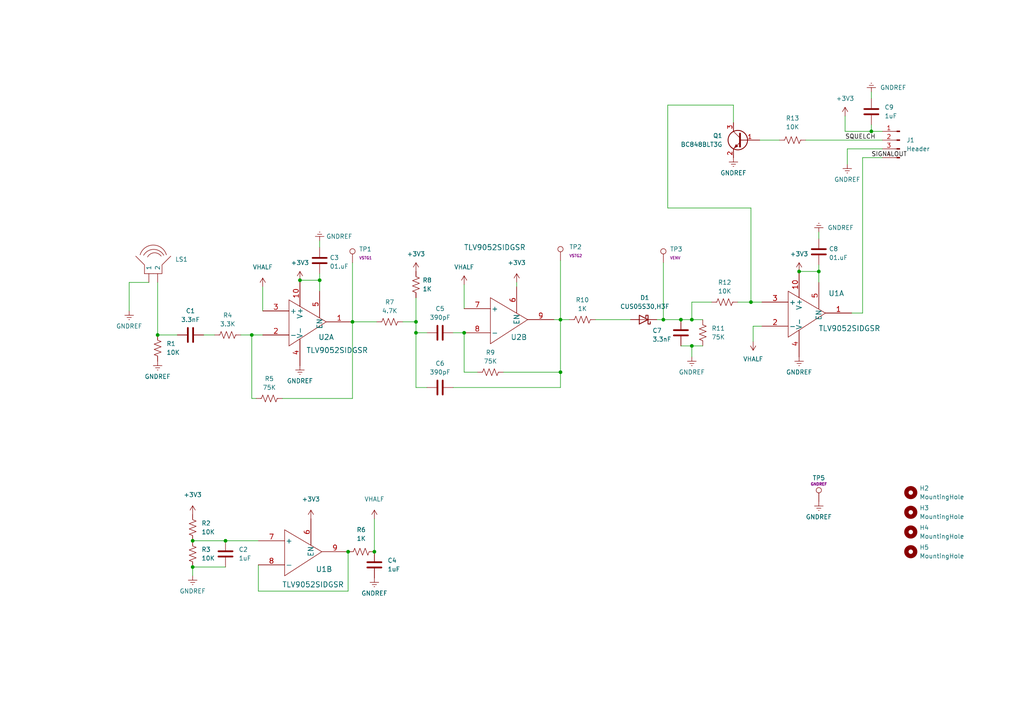
<source format=kicad_sch>
(kicad_sch (version 20211123) (generator eeschema)

  (uuid dc8ae9fc-513d-462e-aded-3a0316f760d1)

  (paper "A4")

  (lib_symbols
    (symbol "Connector:Conn_01x04_Male" (pin_names (offset 1.016) hide) (in_bom yes) (on_board yes)
      (property "Reference" "J" (id 0) (at 0 5.08 0)
        (effects (font (size 1.27 1.27)))
      )
      (property "Value" "Conn_01x04_Male" (id 1) (at 0 -7.62 0)
        (effects (font (size 1.27 1.27)))
      )
      (property "Footprint" "" (id 2) (at 0 0 0)
        (effects (font (size 1.27 1.27)) hide)
      )
      (property "Datasheet" "~" (id 3) (at 0 0 0)
        (effects (font (size 1.27 1.27)) hide)
      )
      (property "ki_keywords" "connector" (id 4) (at 0 0 0)
        (effects (font (size 1.27 1.27)) hide)
      )
      (property "ki_description" "Generic connector, single row, 01x04, script generated (kicad-library-utils/schlib/autogen/connector/)" (id 5) (at 0 0 0)
        (effects (font (size 1.27 1.27)) hide)
      )
      (property "ki_fp_filters" "Connector*:*_1x??_*" (id 6) (at 0 0 0)
        (effects (font (size 1.27 1.27)) hide)
      )
      (symbol "Conn_01x04_Male_1_1"
        (polyline
          (pts
            (xy 1.27 -5.08)
            (xy 0.8636 -5.08)
          )
          (stroke (width 0.1524) (type default) (color 0 0 0 0))
          (fill (type none))
        )
        (polyline
          (pts
            (xy 1.27 -2.54)
            (xy 0.8636 -2.54)
          )
          (stroke (width 0.1524) (type default) (color 0 0 0 0))
          (fill (type none))
        )
        (polyline
          (pts
            (xy 1.27 0)
            (xy 0.8636 0)
          )
          (stroke (width 0.1524) (type default) (color 0 0 0 0))
          (fill (type none))
        )
        (polyline
          (pts
            (xy 1.27 2.54)
            (xy 0.8636 2.54)
          )
          (stroke (width 0.1524) (type default) (color 0 0 0 0))
          (fill (type none))
        )
        (rectangle (start 0.8636 -4.953) (end 0 -5.207)
          (stroke (width 0.1524) (type default) (color 0 0 0 0))
          (fill (type outline))
        )
        (rectangle (start 0.8636 -2.413) (end 0 -2.667)
          (stroke (width 0.1524) (type default) (color 0 0 0 0))
          (fill (type outline))
        )
        (rectangle (start 0.8636 0.127) (end 0 -0.127)
          (stroke (width 0.1524) (type default) (color 0 0 0 0))
          (fill (type outline))
        )
        (rectangle (start 0.8636 2.667) (end 0 2.413)
          (stroke (width 0.1524) (type default) (color 0 0 0 0))
          (fill (type outline))
        )
        (pin passive line (at 5.08 2.54 180) (length 3.81)
          (name "Pin_1" (effects (font (size 1.27 1.27))))
          (number "1" (effects (font (size 1.27 1.27))))
        )
        (pin passive line (at 5.08 0 180) (length 3.81)
          (name "Pin_2" (effects (font (size 1.27 1.27))))
          (number "2" (effects (font (size 1.27 1.27))))
        )
        (pin passive line (at 5.08 -2.54 180) (length 3.81)
          (name "Pin_3" (effects (font (size 1.27 1.27))))
          (number "3" (effects (font (size 1.27 1.27))))
        )
        (pin passive line (at 5.08 -5.08 180) (length 3.81)
          (name "Pin_4" (effects (font (size 1.27 1.27))))
          (number "4" (effects (font (size 1.27 1.27))))
        )
      )
    )
    (symbol "Device:C" (pin_numbers hide) (pin_names (offset 0.254)) (in_bom yes) (on_board yes)
      (property "Reference" "C" (id 0) (at 0.635 2.54 0)
        (effects (font (size 1.27 1.27)) (justify left))
      )
      (property "Value" "C" (id 1) (at 0.635 -2.54 0)
        (effects (font (size 1.27 1.27)) (justify left))
      )
      (property "Footprint" "" (id 2) (at 0.9652 -3.81 0)
        (effects (font (size 1.27 1.27)) hide)
      )
      (property "Datasheet" "~" (id 3) (at 0 0 0)
        (effects (font (size 1.27 1.27)) hide)
      )
      (property "ki_keywords" "cap capacitor" (id 4) (at 0 0 0)
        (effects (font (size 1.27 1.27)) hide)
      )
      (property "ki_description" "Unpolarized capacitor" (id 5) (at 0 0 0)
        (effects (font (size 1.27 1.27)) hide)
      )
      (property "ki_fp_filters" "C_*" (id 6) (at 0 0 0)
        (effects (font (size 1.27 1.27)) hide)
      )
      (symbol "C_0_1"
        (polyline
          (pts
            (xy -2.032 -0.762)
            (xy 2.032 -0.762)
          )
          (stroke (width 0.508) (type default) (color 0 0 0 0))
          (fill (type none))
        )
        (polyline
          (pts
            (xy -2.032 0.762)
            (xy 2.032 0.762)
          )
          (stroke (width 0.508) (type default) (color 0 0 0 0))
          (fill (type none))
        )
      )
      (symbol "C_1_1"
        (pin passive line (at 0 3.81 270) (length 2.794)
          (name "~" (effects (font (size 1.27 1.27))))
          (number "1" (effects (font (size 1.27 1.27))))
        )
        (pin passive line (at 0 -3.81 90) (length 2.794)
          (name "~" (effects (font (size 1.27 1.27))))
          (number "2" (effects (font (size 1.27 1.27))))
        )
      )
    )
    (symbol "Device:D_Schottky" (pin_numbers hide) (pin_names (offset 1.016) hide) (in_bom yes) (on_board yes)
      (property "Reference" "D" (id 0) (at 0 2.54 0)
        (effects (font (size 1.27 1.27)))
      )
      (property "Value" "D_Schottky" (id 1) (at 0 -2.54 0)
        (effects (font (size 1.27 1.27)))
      )
      (property "Footprint" "" (id 2) (at 0 0 0)
        (effects (font (size 1.27 1.27)) hide)
      )
      (property "Datasheet" "~" (id 3) (at 0 0 0)
        (effects (font (size 1.27 1.27)) hide)
      )
      (property "ki_keywords" "diode Schottky" (id 4) (at 0 0 0)
        (effects (font (size 1.27 1.27)) hide)
      )
      (property "ki_description" "Schottky diode" (id 5) (at 0 0 0)
        (effects (font (size 1.27 1.27)) hide)
      )
      (property "ki_fp_filters" "TO-???* *_Diode_* *SingleDiode* D_*" (id 6) (at 0 0 0)
        (effects (font (size 1.27 1.27)) hide)
      )
      (symbol "D_Schottky_0_1"
        (polyline
          (pts
            (xy 1.27 0)
            (xy -1.27 0)
          )
          (stroke (width 0) (type default) (color 0 0 0 0))
          (fill (type none))
        )
        (polyline
          (pts
            (xy 1.27 1.27)
            (xy 1.27 -1.27)
            (xy -1.27 0)
            (xy 1.27 1.27)
          )
          (stroke (width 0.254) (type default) (color 0 0 0 0))
          (fill (type none))
        )
        (polyline
          (pts
            (xy -1.905 0.635)
            (xy -1.905 1.27)
            (xy -1.27 1.27)
            (xy -1.27 -1.27)
            (xy -0.635 -1.27)
            (xy -0.635 -0.635)
          )
          (stroke (width 0.254) (type default) (color 0 0 0 0))
          (fill (type none))
        )
      )
      (symbol "D_Schottky_1_1"
        (pin passive line (at -3.81 0 0) (length 2.54)
          (name "K" (effects (font (size 1.27 1.27))))
          (number "1" (effects (font (size 1.27 1.27))))
        )
        (pin passive line (at 3.81 0 180) (length 2.54)
          (name "A" (effects (font (size 1.27 1.27))))
          (number "2" (effects (font (size 1.27 1.27))))
        )
      )
    )
    (symbol "Device:Q_NPN_BEC" (pin_names (offset 0) hide) (in_bom yes) (on_board yes)
      (property "Reference" "Q" (id 0) (at 5.08 1.27 0)
        (effects (font (size 1.27 1.27)) (justify left))
      )
      (property "Value" "Q_NPN_BEC" (id 1) (at 5.08 -1.27 0)
        (effects (font (size 1.27 1.27)) (justify left))
      )
      (property "Footprint" "" (id 2) (at 5.08 2.54 0)
        (effects (font (size 1.27 1.27)) hide)
      )
      (property "Datasheet" "~" (id 3) (at 0 0 0)
        (effects (font (size 1.27 1.27)) hide)
      )
      (property "ki_keywords" "transistor NPN" (id 4) (at 0 0 0)
        (effects (font (size 1.27 1.27)) hide)
      )
      (property "ki_description" "NPN transistor, base/emitter/collector" (id 5) (at 0 0 0)
        (effects (font (size 1.27 1.27)) hide)
      )
      (symbol "Q_NPN_BEC_0_1"
        (polyline
          (pts
            (xy 0.635 0.635)
            (xy 2.54 2.54)
          )
          (stroke (width 0) (type default) (color 0 0 0 0))
          (fill (type none))
        )
        (polyline
          (pts
            (xy 0.635 -0.635)
            (xy 2.54 -2.54)
            (xy 2.54 -2.54)
          )
          (stroke (width 0) (type default) (color 0 0 0 0))
          (fill (type none))
        )
        (polyline
          (pts
            (xy 0.635 1.905)
            (xy 0.635 -1.905)
            (xy 0.635 -1.905)
          )
          (stroke (width 0.508) (type default) (color 0 0 0 0))
          (fill (type none))
        )
        (polyline
          (pts
            (xy 1.27 -1.778)
            (xy 1.778 -1.27)
            (xy 2.286 -2.286)
            (xy 1.27 -1.778)
            (xy 1.27 -1.778)
          )
          (stroke (width 0) (type default) (color 0 0 0 0))
          (fill (type outline))
        )
        (circle (center 1.27 0) (radius 2.8194)
          (stroke (width 0.254) (type default) (color 0 0 0 0))
          (fill (type none))
        )
      )
      (symbol "Q_NPN_BEC_1_1"
        (pin input line (at -5.08 0 0) (length 5.715)
          (name "B" (effects (font (size 1.27 1.27))))
          (number "1" (effects (font (size 1.27 1.27))))
        )
        (pin passive line (at 2.54 -5.08 90) (length 2.54)
          (name "E" (effects (font (size 1.27 1.27))))
          (number "2" (effects (font (size 1.27 1.27))))
        )
        (pin passive line (at 2.54 5.08 270) (length 2.54)
          (name "C" (effects (font (size 1.27 1.27))))
          (number "3" (effects (font (size 1.27 1.27))))
        )
      )
    )
    (symbol "Device:R_US" (pin_numbers hide) (pin_names (offset 0)) (in_bom yes) (on_board yes)
      (property "Reference" "R" (id 0) (at 2.54 0 90)
        (effects (font (size 1.27 1.27)))
      )
      (property "Value" "R_US" (id 1) (at -2.54 0 90)
        (effects (font (size 1.27 1.27)))
      )
      (property "Footprint" "" (id 2) (at 1.016 -0.254 90)
        (effects (font (size 1.27 1.27)) hide)
      )
      (property "Datasheet" "~" (id 3) (at 0 0 0)
        (effects (font (size 1.27 1.27)) hide)
      )
      (property "ki_keywords" "R res resistor" (id 4) (at 0 0 0)
        (effects (font (size 1.27 1.27)) hide)
      )
      (property "ki_description" "Resistor, US symbol" (id 5) (at 0 0 0)
        (effects (font (size 1.27 1.27)) hide)
      )
      (property "ki_fp_filters" "R_*" (id 6) (at 0 0 0)
        (effects (font (size 1.27 1.27)) hide)
      )
      (symbol "R_US_0_1"
        (polyline
          (pts
            (xy 0 -2.286)
            (xy 0 -2.54)
          )
          (stroke (width 0) (type default) (color 0 0 0 0))
          (fill (type none))
        )
        (polyline
          (pts
            (xy 0 2.286)
            (xy 0 2.54)
          )
          (stroke (width 0) (type default) (color 0 0 0 0))
          (fill (type none))
        )
        (polyline
          (pts
            (xy 0 -0.762)
            (xy 1.016 -1.143)
            (xy 0 -1.524)
            (xy -1.016 -1.905)
            (xy 0 -2.286)
          )
          (stroke (width 0) (type default) (color 0 0 0 0))
          (fill (type none))
        )
        (polyline
          (pts
            (xy 0 0.762)
            (xy 1.016 0.381)
            (xy 0 0)
            (xy -1.016 -0.381)
            (xy 0 -0.762)
          )
          (stroke (width 0) (type default) (color 0 0 0 0))
          (fill (type none))
        )
        (polyline
          (pts
            (xy 0 2.286)
            (xy 1.016 1.905)
            (xy 0 1.524)
            (xy -1.016 1.143)
            (xy 0 0.762)
          )
          (stroke (width 0) (type default) (color 0 0 0 0))
          (fill (type none))
        )
      )
      (symbol "R_US_1_1"
        (pin passive line (at 0 3.81 270) (length 1.27)
          (name "~" (effects (font (size 1.27 1.27))))
          (number "1" (effects (font (size 1.27 1.27))))
        )
        (pin passive line (at 0 -3.81 90) (length 1.27)
          (name "~" (effects (font (size 1.27 1.27))))
          (number "2" (effects (font (size 1.27 1.27))))
        )
      )
    )
    (symbol "Mechanical:MountingHole" (pin_names (offset 1.016)) (in_bom yes) (on_board yes)
      (property "Reference" "H" (id 0) (at 0 5.08 0)
        (effects (font (size 1.27 1.27)))
      )
      (property "Value" "MountingHole" (id 1) (at 0 3.175 0)
        (effects (font (size 1.27 1.27)))
      )
      (property "Footprint" "" (id 2) (at 0 0 0)
        (effects (font (size 1.27 1.27)) hide)
      )
      (property "Datasheet" "~" (id 3) (at 0 0 0)
        (effects (font (size 1.27 1.27)) hide)
      )
      (property "ki_keywords" "mounting hole" (id 4) (at 0 0 0)
        (effects (font (size 1.27 1.27)) hide)
      )
      (property "ki_description" "Mounting Hole without connection" (id 5) (at 0 0 0)
        (effects (font (size 1.27 1.27)) hide)
      )
      (property "ki_fp_filters" "MountingHole*" (id 6) (at 0 0 0)
        (effects (font (size 1.27 1.27)) hide)
      )
      (symbol "MountingHole_0_1"
        (circle (center 0 0) (radius 1.27)
          (stroke (width 1.27) (type default) (color 0 0 0 0))
          (fill (type none))
        )
      )
    )
    (symbol "VHALF_1" (power) (pin_names (offset 0)) (in_bom yes) (on_board yes)
      (property "Reference" "#PWR" (id 0) (at 0 -3.81 0)
        (effects (font (size 1.27 1.27)) hide)
      )
      (property "Value" "VHALF_1" (id 1) (at 0 3.556 0)
        (effects (font (size 1.27 1.27)))
      )
      (property "Footprint" "" (id 2) (at 0 0 0)
        (effects (font (size 1.27 1.27)) hide)
      )
      (property "Datasheet" "" (id 3) (at 0 0 0)
        (effects (font (size 1.27 1.27)) hide)
      )
      (property "ki_keywords" "power-flag" (id 4) (at 0 0 0)
        (effects (font (size 1.27 1.27)) hide)
      )
      (property "ki_description" "Power symbol creates a global label with name \"VHALF\"" (id 5) (at 0 0 0)
        (effects (font (size 1.27 1.27)) hide)
      )
      (symbol "VHALF_1_0_1"
        (polyline
          (pts
            (xy -0.762 1.27)
            (xy 0 2.54)
          )
          (stroke (width 0) (type default) (color 0 0 0 0))
          (fill (type none))
        )
        (polyline
          (pts
            (xy 0 0)
            (xy 0 2.54)
          )
          (stroke (width 0) (type default) (color 0 0 0 0))
          (fill (type none))
        )
        (polyline
          (pts
            (xy 0 2.54)
            (xy 0.762 1.27)
          )
          (stroke (width 0) (type default) (color 0 0 0 0))
          (fill (type none))
        )
      )
      (symbol "VHALF_1_1_1"
        (pin power_in line (at 0 0 90) (length 0) hide
          (name "VHALF" (effects (font (size 1.27 1.27))))
          (number "1" (effects (font (size 1.27 1.27))))
        )
      )
    )
    (symbol "VHALF_2" (power) (pin_names (offset 0)) (in_bom yes) (on_board yes)
      (property "Reference" "#PWR" (id 0) (at 0 -3.81 0)
        (effects (font (size 1.27 1.27)) hide)
      )
      (property "Value" "VHALF_2" (id 1) (at 0 3.556 0)
        (effects (font (size 1.27 1.27)))
      )
      (property "Footprint" "" (id 2) (at 0 0 0)
        (effects (font (size 1.27 1.27)) hide)
      )
      (property "Datasheet" "" (id 3) (at 0 0 0)
        (effects (font (size 1.27 1.27)) hide)
      )
      (property "ki_keywords" "power-flag" (id 4) (at 0 0 0)
        (effects (font (size 1.27 1.27)) hide)
      )
      (property "ki_description" "Power symbol creates a global label with name \"VHALF\"" (id 5) (at 0 0 0)
        (effects (font (size 1.27 1.27)) hide)
      )
      (symbol "VHALF_2_0_1"
        (polyline
          (pts
            (xy -0.762 1.27)
            (xy 0 2.54)
          )
          (stroke (width 0) (type default) (color 0 0 0 0))
          (fill (type none))
        )
        (polyline
          (pts
            (xy 0 0)
            (xy 0 2.54)
          )
          (stroke (width 0) (type default) (color 0 0 0 0))
          (fill (type none))
        )
        (polyline
          (pts
            (xy 0 2.54)
            (xy 0.762 1.27)
          )
          (stroke (width 0) (type default) (color 0 0 0 0))
          (fill (type none))
        )
      )
      (symbol "VHALF_2_1_1"
        (pin power_in line (at 0 0 90) (length 0) hide
          (name "VHALF" (effects (font (size 1.27 1.27))))
          (number "1" (effects (font (size 1.27 1.27))))
        )
      )
    )
    (symbol "VHALF_3" (power) (pin_names (offset 0)) (in_bom yes) (on_board yes)
      (property "Reference" "#PWR" (id 0) (at 0 -3.81 0)
        (effects (font (size 1.27 1.27)) hide)
      )
      (property "Value" "VHALF_3" (id 1) (at 0 3.556 0)
        (effects (font (size 1.27 1.27)))
      )
      (property "Footprint" "" (id 2) (at 0 0 0)
        (effects (font (size 1.27 1.27)) hide)
      )
      (property "Datasheet" "" (id 3) (at 0 0 0)
        (effects (font (size 1.27 1.27)) hide)
      )
      (property "ki_keywords" "power-flag" (id 4) (at 0 0 0)
        (effects (font (size 1.27 1.27)) hide)
      )
      (property "ki_description" "Power symbol creates a global label with name \"VHALF\"" (id 5) (at 0 0 0)
        (effects (font (size 1.27 1.27)) hide)
      )
      (symbol "VHALF_3_0_1"
        (polyline
          (pts
            (xy -0.762 1.27)
            (xy 0 2.54)
          )
          (stroke (width 0) (type default) (color 0 0 0 0))
          (fill (type none))
        )
        (polyline
          (pts
            (xy 0 0)
            (xy 0 2.54)
          )
          (stroke (width 0) (type default) (color 0 0 0 0))
          (fill (type none))
        )
        (polyline
          (pts
            (xy 0 2.54)
            (xy 0.762 1.27)
          )
          (stroke (width 0) (type default) (color 0 0 0 0))
          (fill (type none))
        )
      )
      (symbol "VHALF_3_1_1"
        (pin power_in line (at 0 0 90) (length 0) hide
          (name "VHALF" (effects (font (size 1.27 1.27))))
          (number "1" (effects (font (size 1.27 1.27))))
        )
      )
    )
    (symbol "power:+3V3" (power) (pin_names (offset 0)) (in_bom yes) (on_board yes)
      (property "Reference" "#PWR" (id 0) (at 0 -3.81 0)
        (effects (font (size 1.27 1.27)) hide)
      )
      (property "Value" "+3V3" (id 1) (at 0 3.556 0)
        (effects (font (size 1.27 1.27)))
      )
      (property "Footprint" "" (id 2) (at 0 0 0)
        (effects (font (size 1.27 1.27)) hide)
      )
      (property "Datasheet" "" (id 3) (at 0 0 0)
        (effects (font (size 1.27 1.27)) hide)
      )
      (property "ki_keywords" "power-flag" (id 4) (at 0 0 0)
        (effects (font (size 1.27 1.27)) hide)
      )
      (property "ki_description" "Power symbol creates a global label with name \"+3V3\"" (id 5) (at 0 0 0)
        (effects (font (size 1.27 1.27)) hide)
      )
      (symbol "+3V3_0_1"
        (polyline
          (pts
            (xy -0.762 1.27)
            (xy 0 2.54)
          )
          (stroke (width 0) (type default) (color 0 0 0 0))
          (fill (type none))
        )
        (polyline
          (pts
            (xy 0 0)
            (xy 0 2.54)
          )
          (stroke (width 0) (type default) (color 0 0 0 0))
          (fill (type none))
        )
        (polyline
          (pts
            (xy 0 2.54)
            (xy 0.762 1.27)
          )
          (stroke (width 0) (type default) (color 0 0 0 0))
          (fill (type none))
        )
      )
      (symbol "+3V3_1_1"
        (pin power_in line (at 0 0 90) (length 0) hide
          (name "+3V3" (effects (font (size 1.27 1.27))))
          (number "1" (effects (font (size 1.27 1.27))))
        )
      )
    )
    (symbol "power:GNDREF" (power) (pin_names (offset 0)) (in_bom yes) (on_board yes)
      (property "Reference" "#PWR" (id 0) (at 0 -6.35 0)
        (effects (font (size 1.27 1.27)) hide)
      )
      (property "Value" "GNDREF" (id 1) (at 0 -3.81 0)
        (effects (font (size 1.27 1.27)))
      )
      (property "Footprint" "" (id 2) (at 0 0 0)
        (effects (font (size 1.27 1.27)) hide)
      )
      (property "Datasheet" "" (id 3) (at 0 0 0)
        (effects (font (size 1.27 1.27)) hide)
      )
      (property "ki_keywords" "power-flag" (id 4) (at 0 0 0)
        (effects (font (size 1.27 1.27)) hide)
      )
      (property "ki_description" "Power symbol creates a global label with name \"GNDREF\" , reference supply ground" (id 5) (at 0 0 0)
        (effects (font (size 1.27 1.27)) hide)
      )
      (symbol "GNDREF_0_1"
        (polyline
          (pts
            (xy -0.635 -1.905)
            (xy 0.635 -1.905)
          )
          (stroke (width 0) (type default) (color 0 0 0 0))
          (fill (type none))
        )
        (polyline
          (pts
            (xy -0.127 -2.54)
            (xy 0.127 -2.54)
          )
          (stroke (width 0) (type default) (color 0 0 0 0))
          (fill (type none))
        )
        (polyline
          (pts
            (xy 0 -1.27)
            (xy 0 0)
          )
          (stroke (width 0) (type default) (color 0 0 0 0))
          (fill (type none))
        )
        (polyline
          (pts
            (xy 1.27 -1.27)
            (xy -1.27 -1.27)
          )
          (stroke (width 0) (type default) (color 0 0 0 0))
          (fill (type none))
        )
      )
      (symbol "GNDREF_1_1"
        (pin power_in line (at 0 0 270) (length 0) hide
          (name "GNDREF" (effects (font (size 1.27 1.27))))
          (number "1" (effects (font (size 1.27 1.27))))
        )
      )
    )
    (symbol "uFinder:TLV9002SIDGSR" (pin_names (offset 0.254)) (in_bom yes) (on_board yes)
      (property "Reference" "U" (id 0) (at 14.605 -10.795 0)
        (effects (font (size 1.524 1.524)))
      )
      (property "Value" "TLV9002SIDGSR" (id 1) (at 14.605 -13.335 0)
        (effects (font (size 1.524 1.524)))
      )
      (property "Footprint" "DGS10_TEX" (id 2) (at 14.605 -14.859 0)
        (effects (font (size 1.524 1.524)) hide)
      )
      (property "Datasheet" "" (id 3) (at 0 0 0)
        (effects (font (size 1.524 1.524)))
      )
      (property "ki_fp_filters" "DGS10_TEX DGS10_TEX-M DGS10_TEX-L" (id 4) (at 0 0 0)
        (effects (font (size 1.27 1.27)) hide)
      )
      (symbol "TLV9002SIDGSR_0_1"
        (polyline
          (pts
            (xy 0 -13.335)
            (xy 0 0)
          )
          (stroke (width 0) (type default) (color 0 0 0 0))
          (fill (type none))
        )
        (polyline
          (pts
            (xy 0 0)
            (xy 10.795 -6.35)
          )
          (stroke (width 0) (type default) (color 0 0 0 0))
          (fill (type none))
        )
        (polyline
          (pts
            (xy 10.795 -6.35)
            (xy 0 -13.335)
          )
          (stroke (width 0) (type default) (color 0 0 0 0))
          (fill (type none))
        )
      )
      (symbol "TLV9002SIDGSR_1_1"
        (pin output line (at 18.415 -6.35 180) (length 7.62)
          (name "~" (effects (font (size 1.4986 1.4986))))
          (number "1" (effects (font (size 1.4986 1.4986))))
        )
        (pin power_in line (at 3.175 5.715 270) (length 7.62)
          (name "V+" (effects (font (size 1.4986 1.4986))))
          (number "10" (effects (font (size 1.4986 1.4986))))
        )
        (pin input line (at -7.62 -10.16 0) (length 7.62)
          (name "-" (effects (font (size 1.4986 1.4986))))
          (number "2" (effects (font (size 1.4986 1.4986))))
        )
        (pin input line (at -7.62 -3.175 0) (length 7.62)
          (name "+" (effects (font (size 1.4986 1.4986))))
          (number "3" (effects (font (size 1.4986 1.4986))))
        )
        (pin power_in line (at 3.175 -19.05 90) (length 7.62)
          (name "V-" (effects (font (size 1.4986 1.4986))))
          (number "4" (effects (font (size 1.4986 1.4986))))
        )
        (pin input line (at 8.89 2.54 270) (length 7.62)
          (name "EN" (effects (font (size 1.4986 1.4986))))
          (number "5" (effects (font (size 1.4986 1.4986))))
        )
      )
      (symbol "TLV9002SIDGSR_2_1"
        (pin input line (at 7.62 3.175 270) (length 7.62)
          (name "EN" (effects (font (size 1.4986 1.4986))))
          (number "6" (effects (font (size 1.4986 1.4986))))
        )
        (pin input line (at -7.62 -3.175 0) (length 7.62)
          (name "+" (effects (font (size 1.4986 1.4986))))
          (number "7" (effects (font (size 1.4986 1.4986))))
        )
        (pin input line (at -7.62 -10.16 0) (length 7.62)
          (name "-" (effects (font (size 1.4986 1.4986))))
          (number "8" (effects (font (size 1.4986 1.4986))))
        )
        (pin output line (at 18.415 -6.35 180) (length 7.62)
          (name "~" (effects (font (size 1.4986 1.4986))))
          (number "9" (effects (font (size 1.4986 1.4986))))
        )
      )
    )
    (symbol "uFinder:TestPoint" (pin_numbers hide) (pin_names (offset 0.762) hide) (in_bom yes) (on_board yes)
      (property "Reference" "TP" (id 0) (at 0 6.858 0)
        (effects (font (size 1.27 1.27)))
      )
      (property "Value" "TestPoint" (id 1) (at 0 5.08 0)
        (effects (font (size 1.27 1.27)) hide)
      )
      (property "Footprint" "" (id 2) (at 5.08 0 0)
        (effects (font (size 1.27 1.27)) hide)
      )
      (property "Datasheet" "~" (id 3) (at 5.08 0 0)
        (effects (font (size 1.27 1.27)) hide)
      )
      (property "Net" "Foo" (id 4) (at 0 5.08 0)
        (effects (font (size 0.8 0.8)))
      )
      (property "ki_keywords" "test point tp" (id 5) (at 0 0 0)
        (effects (font (size 1.27 1.27)) hide)
      )
      (property "ki_description" "test point" (id 6) (at 0 0 0)
        (effects (font (size 1.27 1.27)) hide)
      )
      (property "ki_fp_filters" "Pin* Test*" (id 7) (at 0 0 0)
        (effects (font (size 1.27 1.27)) hide)
      )
      (symbol "TestPoint_0_1"
        (circle (center 0 3.302) (radius 0.762)
          (stroke (width 0) (type default) (color 0 0 0 0))
          (fill (type none))
        )
      )
      (symbol "TestPoint_1_1"
        (pin passive line (at 0 0 90) (length 2.54)
          (name "1" (effects (font (size 1.27 1.27))))
          (number "1" (effects (font (size 1.27 1.27))))
        )
      )
    )
    (symbol "uFinder:USTransducer" (pin_numbers hide) (pin_names (offset 1.016)) (in_bom yes) (on_board yes)
      (property "Reference" "LS" (id 0) (at 2.54 3.81 0)
        (effects (font (size 1.27 1.27)) (justify left))
      )
      (property "Value" "USTransducer" (id 1) (at 12.7 -19.05 90)
        (effects (font (size 1.27 1.27)) (justify left) hide)
      )
      (property "Footprint" "uFinder:ULTRASONIC_16MM" (id 2) (at -7.62 3.81 0)
        (effects (font (size 1.27 1.27)) hide)
      )
      (property "Datasheet" "" (id 3) (at -7.62 3.81 0)
        (effects (font (size 1.27 1.27)) hide)
      )
      (symbol "USTransducer_0_1"
        (polyline
          (pts
            (xy 2.54 2.54)
            (xy 2.54 0)
            (xy 2.54 0.508)
          )
          (stroke (width 0) (type default) (color 0 0 0 0))
          (fill (type none))
        )
        (polyline
          (pts
            (xy 2.54 2.54)
            (xy 5.08 2.54)
            (xy 7.62 5.08)
          )
          (stroke (width 0) (type default) (color 0 0 0 0))
          (fill (type none))
        )
        (polyline
          (pts
            (xy 2.54 0)
            (xy 2.54 -2.54)
            (xy 5.08 -2.54)
            (xy 7.62 -5.08)
          )
          (stroke (width 0) (type default) (color 0 0 0 0))
          (fill (type none))
        )
        (arc (start 7.62 -2.286) (mid 8.592 -0.2466) (end 7.366 1.651)
          (stroke (width 0) (type default) (color 0 0 0 0))
          (fill (type none))
        )
        (arc (start 7.874 -3.048) (mid 9.5783 -0.127) (end 7.874 2.794)
          (stroke (width 0) (type default) (color 0 0 0 0))
          (fill (type none))
        )
        (arc (start 8.001 -3.81) (mid 10.8358 0) (end 8.001 3.81)
          (stroke (width 0) (type default) (color 0 0 0 0))
          (fill (type none))
        )
      )
      (symbol "USTransducer_1_1"
        (pin bidirectional line (at 0 1.27 0) (length 2.54)
          (name "1" (effects (font (size 1.27 1.27))))
          (number "1" (effects (font (size 1.27 1.27))))
        )
        (pin bidirectional line (at 0 -1.27 0) (length 2.54)
          (name "2" (effects (font (size 1.27 1.27))))
          (number "2" (effects (font (size 1.27 1.27))))
        )
      )
    )
    (symbol "uFinder:VHALF" (power) (pin_names (offset 0)) (in_bom yes) (on_board yes)
      (property "Reference" "#PWR" (id 0) (at 0 -3.81 0)
        (effects (font (size 1.27 1.27)) hide)
      )
      (property "Value" "VHALF" (id 1) (at 0 3.556 0)
        (effects (font (size 1.27 1.27)))
      )
      (property "Footprint" "" (id 2) (at 0 0 0)
        (effects (font (size 1.27 1.27)) hide)
      )
      (property "Datasheet" "" (id 3) (at 0 0 0)
        (effects (font (size 1.27 1.27)) hide)
      )
      (property "ki_keywords" "power-flag" (id 4) (at 0 0 0)
        (effects (font (size 1.27 1.27)) hide)
      )
      (property "ki_description" "Power symbol creates a global label with name \"VHALF\"" (id 5) (at 0 0 0)
        (effects (font (size 1.27 1.27)) hide)
      )
      (symbol "VHALF_0_1"
        (polyline
          (pts
            (xy -0.762 1.27)
            (xy 0 2.54)
          )
          (stroke (width 0) (type default) (color 0 0 0 0))
          (fill (type none))
        )
        (polyline
          (pts
            (xy 0 0)
            (xy 0 2.54)
          )
          (stroke (width 0) (type default) (color 0 0 0 0))
          (fill (type none))
        )
        (polyline
          (pts
            (xy 0 2.54)
            (xy 0.762 1.27)
          )
          (stroke (width 0) (type default) (color 0 0 0 0))
          (fill (type none))
        )
      )
      (symbol "VHALF_1_1"
        (pin power_in line (at 0 0 90) (length 0) hide
          (name "VHALF" (effects (font (size 1.27 1.27))))
          (number "1" (effects (font (size 1.27 1.27))))
        )
      )
    )
  )

  (junction (at 65.405 156.845) (diameter 0) (color 0 0 0 0)
    (uuid 10f36b71-33e4-48f1-9f80-549e9edfe8d3)
  )
  (junction (at 55.88 156.845) (diameter 0) (color 0 0 0 0)
    (uuid 28090749-6243-4603-adec-008cbb17be3b)
  )
  (junction (at 237.49 78.74) (diameter 0) (color 0 0 0 0)
    (uuid 293ab616-c3a5-4498-ae56-b27a56a2bc42)
  )
  (junction (at 162.56 92.71) (diameter 0) (color 0 0 0 0)
    (uuid 466f897e-4277-4187-a92b-1b39660865b2)
  )
  (junction (at 200.66 92.71) (diameter 0) (color 0 0 0 0)
    (uuid 497cebd4-577b-49d5-a7b2-153de57eabfc)
  )
  (junction (at 102.235 93.345) (diameter 0) (color 0 0 0 0)
    (uuid 5df6f220-88b3-4d3d-be31-f2186a900087)
  )
  (junction (at 92.71 81.28) (diameter 0) (color 0 0 0 0)
    (uuid 615d0a4d-840b-4a2c-8873-86f6ca678f2f)
  )
  (junction (at 55.88 164.465) (diameter 0) (color 0 0 0 0)
    (uuid 78447a01-70dd-42ee-9d91-02adb5ce999a)
  )
  (junction (at 120.65 93.345) (diameter 0) (color 0 0 0 0)
    (uuid 79242eea-25ba-4cd0-861b-94451e47e044)
  )
  (junction (at 86.995 81.28) (diameter 0) (color 0 0 0 0)
    (uuid 79b8a1d6-a1df-4049-a8b4-13c2b30f9f41)
  )
  (junction (at 192.405 92.71) (diameter 0) (color 0 0 0 0)
    (uuid 7dcb23d8-9963-4bf9-a94d-2249c56398b9)
  )
  (junction (at 134.62 96.52) (diameter 0) (color 0 0 0 0)
    (uuid 82c66f26-c77a-41fa-a765-cdbaa9d83b9f)
  )
  (junction (at 162.56 107.95) (diameter 0) (color 0 0 0 0)
    (uuid 8683e34d-541a-4784-9b13-92ed008f9529)
  )
  (junction (at 200.66 100.33) (diameter 0) (color 0 0 0 0)
    (uuid 95e3c01c-bb6a-4ecf-846d-b921de8daaea)
  )
  (junction (at 73.025 97.155) (diameter 0) (color 0 0 0 0)
    (uuid 96ca8fb0-2320-446e-96eb-41e00abf3588)
  )
  (junction (at 197.485 92.71) (diameter 0) (color 0 0 0 0)
    (uuid 9926e9c9-f8e2-4d00-aa74-859e0f58ec88)
  )
  (junction (at 217.805 87.63) (diameter 0) (color 0 0 0 0)
    (uuid a359fa79-b03a-487c-99d5-6d0e2bdb895b)
  )
  (junction (at 231.775 78.74) (diameter 0) (color 0 0 0 0)
    (uuid c2653661-38a8-4f33-a3f8-5a24985b6931)
  )
  (junction (at 45.72 97.155) (diameter 0) (color 0 0 0 0)
    (uuid d76ecbb8-c64e-422f-9947-98cc0cd515e8)
  )
  (junction (at 100.965 160.02) (diameter 0) (color 0 0 0 0)
    (uuid e1c26832-b989-4a7e-b550-14d8aefffce6)
  )
  (junction (at 108.585 160.02) (diameter 0) (color 0 0 0 0)
    (uuid e34636dc-58c1-47a7-a0f1-10554b057e99)
  )
  (junction (at 120.65 96.52) (diameter 0) (color 0 0 0 0)
    (uuid ed8062a0-089a-4e87-92d9-0d966e1af81d)
  )
  (junction (at 252.73 38.1) (diameter 0) (color 0 0 0 0)
    (uuid fe8e8b5b-39ae-4ce9-9eb8-5792b14c7472)
  )

  (wire (pts (xy 193.675 30.48) (xy 193.675 60.325))
    (stroke (width 0) (type default) (color 0 0 0 0))
    (uuid 0557f400-8bcd-49bc-82aa-705045816ce0)
  )
  (wire (pts (xy 162.56 92.71) (xy 162.56 107.95))
    (stroke (width 0) (type default) (color 0 0 0 0))
    (uuid 0cfc37bc-0983-4fd2-b35d-a46f933e6462)
  )
  (wire (pts (xy 252.73 36.195) (xy 252.73 38.1))
    (stroke (width 0) (type default) (color 0 0 0 0))
    (uuid 161b1717-b29c-4bd9-8a62-3aa7a05da5be)
  )
  (wire (pts (xy 45.72 97.155) (xy 51.435 97.155))
    (stroke (width 0) (type default) (color 0 0 0 0))
    (uuid 1920fe15-a418-4fb2-b6ca-e46ebe2fae5b)
  )
  (wire (pts (xy 59.055 97.155) (xy 62.23 97.155))
    (stroke (width 0) (type default) (color 0 0 0 0))
    (uuid 1b74733a-4245-4705-a04c-789add0622d3)
  )
  (wire (pts (xy 237.49 67.31) (xy 237.49 69.215))
    (stroke (width 0) (type default) (color 0 0 0 0))
    (uuid 1dbb6cea-05c4-4c4c-a7ba-428bd21b4227)
  )
  (wire (pts (xy 120.65 112.395) (xy 123.825 112.395))
    (stroke (width 0) (type default) (color 0 0 0 0))
    (uuid 1fda9fcf-2074-4f86-9b78-cfb7228a79a5)
  )
  (wire (pts (xy 237.49 78.74) (xy 237.49 81.915))
    (stroke (width 0) (type default) (color 0 0 0 0))
    (uuid 1ff15abb-b7d8-463e-9cb7-6b2d78121ee4)
  )
  (wire (pts (xy 55.88 164.465) (xy 55.88 167.005))
    (stroke (width 0) (type default) (color 0 0 0 0))
    (uuid 200f1447-aaaf-4af6-86a9-8cefd392b520)
  )
  (wire (pts (xy 192.405 92.71) (xy 197.485 92.71))
    (stroke (width 0) (type default) (color 0 0 0 0))
    (uuid 2afb7419-9231-453b-adc2-4a61abc622ef)
  )
  (wire (pts (xy 55.88 156.845) (xy 65.405 156.845))
    (stroke (width 0) (type default) (color 0 0 0 0))
    (uuid 3437a4b7-074b-4c73-b6d4-9933392ebe61)
  )
  (wire (pts (xy 149.86 83.185) (xy 149.86 81.915))
    (stroke (width 0) (type default) (color 0 0 0 0))
    (uuid 38befd2b-f3aa-4f57-ac34-518aea567c46)
  )
  (wire (pts (xy 102.235 115.57) (xy 102.235 93.345))
    (stroke (width 0) (type default) (color 0 0 0 0))
    (uuid 428a9da5-583e-4282-a6a9-d43ae8633be0)
  )
  (wire (pts (xy 86.995 81.28) (xy 92.71 81.28))
    (stroke (width 0) (type default) (color 0 0 0 0))
    (uuid 4326205b-8f06-4f2d-b671-d9bcde1cf6cd)
  )
  (wire (pts (xy 245.745 43.18) (xy 245.745 47.625))
    (stroke (width 0) (type default) (color 0 0 0 0))
    (uuid 45a6a97e-b28b-4c32-9b2d-5756583c4f05)
  )
  (wire (pts (xy 237.49 76.835) (xy 237.49 78.74))
    (stroke (width 0) (type default) (color 0 0 0 0))
    (uuid 45dd92a0-cb03-4fda-8e82-df30c0de9934)
  )
  (wire (pts (xy 192.405 76.2) (xy 192.405 92.71))
    (stroke (width 0) (type default) (color 0 0 0 0))
    (uuid 4933352b-c47c-46e6-9568-edebc3e150ad)
  )
  (wire (pts (xy 217.805 87.63) (xy 220.98 87.63))
    (stroke (width 0) (type default) (color 0 0 0 0))
    (uuid 49a2f0a2-b28a-4d4f-81f5-0a07fb732226)
  )
  (wire (pts (xy 100.965 171.45) (xy 100.965 160.02))
    (stroke (width 0) (type default) (color 0 0 0 0))
    (uuid 4d58c34e-ef48-445e-a825-e10236f2a959)
  )
  (wire (pts (xy 74.295 115.57) (xy 73.025 115.57))
    (stroke (width 0) (type default) (color 0 0 0 0))
    (uuid 4d64ab94-3d69-4dc3-b3ba-3ec229b5d709)
  )
  (wire (pts (xy 131.445 96.52) (xy 134.62 96.52))
    (stroke (width 0) (type default) (color 0 0 0 0))
    (uuid 583a1ef9-c1d1-4736-b565-a88550598075)
  )
  (wire (pts (xy 43.18 81.915) (xy 37.465 81.915))
    (stroke (width 0) (type default) (color 0 0 0 0))
    (uuid 5c5750b8-3dbb-4f0b-97ca-db0b7ee7cfa4)
  )
  (wire (pts (xy 172.72 92.71) (xy 182.88 92.71))
    (stroke (width 0) (type default) (color 0 0 0 0))
    (uuid 5cc2aa96-50c6-4ded-90c7-43a424e42bad)
  )
  (wire (pts (xy 65.405 156.845) (xy 74.93 156.845))
    (stroke (width 0) (type default) (color 0 0 0 0))
    (uuid 5d31b2e4-7192-493b-9357-8350d7acd61d)
  )
  (wire (pts (xy 120.65 86.36) (xy 120.65 93.345))
    (stroke (width 0) (type default) (color 0 0 0 0))
    (uuid 5fc7d6dc-2191-4d4b-a21a-1c8a522e3179)
  )
  (wire (pts (xy 73.025 97.155) (xy 76.2 97.155))
    (stroke (width 0) (type default) (color 0 0 0 0))
    (uuid 60906a6a-bb04-41a4-aa4e-cb05ddeba8e3)
  )
  (wire (pts (xy 162.56 107.95) (xy 146.05 107.95))
    (stroke (width 0) (type default) (color 0 0 0 0))
    (uuid 68cbed09-447d-493c-b934-f2124ecd9b68)
  )
  (wire (pts (xy 108.585 150.495) (xy 108.585 160.02))
    (stroke (width 0) (type default) (color 0 0 0 0))
    (uuid 6af7f013-9106-45af-88c7-4f5386d2c8c2)
  )
  (wire (pts (xy 190.5 92.71) (xy 192.405 92.71))
    (stroke (width 0) (type default) (color 0 0 0 0))
    (uuid 6ca624df-6185-493d-8fb4-eb96a5096632)
  )
  (wire (pts (xy 120.65 96.52) (xy 120.65 112.395))
    (stroke (width 0) (type default) (color 0 0 0 0))
    (uuid 6dfe5a65-f9df-4912-b276-8ecab9e1cf61)
  )
  (wire (pts (xy 76.2 83.185) (xy 76.2 90.17))
    (stroke (width 0) (type default) (color 0 0 0 0))
    (uuid 70150054-4fbe-4d5b-8666-76c4e6a9dce3)
  )
  (wire (pts (xy 220.98 94.615) (xy 218.44 94.615))
    (stroke (width 0) (type default) (color 0 0 0 0))
    (uuid 790e7cf0-800a-40c7-96bb-67c741bb339c)
  )
  (wire (pts (xy 252.73 26.67) (xy 252.73 28.575))
    (stroke (width 0) (type default) (color 0 0 0 0))
    (uuid 7c6968c0-fe3f-4461-bd16-269e440f9e68)
  )
  (wire (pts (xy 74.93 171.45) (xy 100.965 171.45))
    (stroke (width 0) (type default) (color 0 0 0 0))
    (uuid 7daf90cf-c2f0-41f0-b245-46c654099a60)
  )
  (wire (pts (xy 160.655 92.71) (xy 162.56 92.71))
    (stroke (width 0) (type default) (color 0 0 0 0))
    (uuid 817447a3-d178-4524-b92c-8670acab4714)
  )
  (wire (pts (xy 255.905 43.18) (xy 245.745 43.18))
    (stroke (width 0) (type default) (color 0 0 0 0))
    (uuid 8454aa0c-2b61-489f-8126-27e1d2f2600e)
  )
  (wire (pts (xy 252.73 38.1) (xy 255.905 38.1))
    (stroke (width 0) (type default) (color 0 0 0 0))
    (uuid 89459c0c-4f7b-48f3-aac5-04f84ef535df)
  )
  (wire (pts (xy 138.43 107.95) (xy 134.62 107.95))
    (stroke (width 0) (type default) (color 0 0 0 0))
    (uuid 8a91b1ef-cff5-4d7f-9bd2-ba0ae325f424)
  )
  (wire (pts (xy 102.235 76.2) (xy 102.235 93.345))
    (stroke (width 0) (type default) (color 0 0 0 0))
    (uuid 8e92592d-364f-487e-908d-5b7cc00c9e82)
  )
  (wire (pts (xy 92.71 69.85) (xy 92.71 71.755))
    (stroke (width 0) (type default) (color 0 0 0 0))
    (uuid 91690ac3-0915-4763-b7d5-a410c6258938)
  )
  (wire (pts (xy 81.915 115.57) (xy 102.235 115.57))
    (stroke (width 0) (type default) (color 0 0 0 0))
    (uuid 941d98ff-d014-48d5-89ad-aae9ae1f855c)
  )
  (wire (pts (xy 245.11 38.1) (xy 245.11 33.655))
    (stroke (width 0) (type default) (color 0 0 0 0))
    (uuid 9574ed35-5b17-4aea-88b4-0835012b4c02)
  )
  (wire (pts (xy 73.025 115.57) (xy 73.025 97.155))
    (stroke (width 0) (type default) (color 0 0 0 0))
    (uuid 99e657a8-05cd-4665-87ec-22365590ab04)
  )
  (wire (pts (xy 200.66 100.33) (xy 200.66 103.505))
    (stroke (width 0) (type default) (color 0 0 0 0))
    (uuid 9b9fcff0-c6a0-4902-9faf-7baa5ebd43b2)
  )
  (wire (pts (xy 218.44 94.615) (xy 218.44 99.06))
    (stroke (width 0) (type default) (color 0 0 0 0))
    (uuid a0a93090-4931-42bf-85ed-5fca6d3d2929)
  )
  (wire (pts (xy 120.65 96.52) (xy 120.65 93.345))
    (stroke (width 0) (type default) (color 0 0 0 0))
    (uuid a24cad1f-cfca-4675-911f-b1904ea8e5e9)
  )
  (wire (pts (xy 213.995 87.63) (xy 217.805 87.63))
    (stroke (width 0) (type default) (color 0 0 0 0))
    (uuid a5478bf2-1df4-4a44-a35e-bd7dd8462b37)
  )
  (wire (pts (xy 200.66 92.71) (xy 203.835 92.71))
    (stroke (width 0) (type default) (color 0 0 0 0))
    (uuid a67bbdc2-a90b-4809-8cc8-037e66921ea5)
  )
  (wire (pts (xy 220.345 40.64) (xy 226.06 40.64))
    (stroke (width 0) (type default) (color 0 0 0 0))
    (uuid a7e976f4-9bdd-4545-bbe4-00c8b43a9a92)
  )
  (wire (pts (xy 123.825 96.52) (xy 120.65 96.52))
    (stroke (width 0) (type default) (color 0 0 0 0))
    (uuid a8086b87-6b51-461e-877b-a3c3eb59099f)
  )
  (wire (pts (xy 245.11 38.1) (xy 252.73 38.1))
    (stroke (width 0) (type default) (color 0 0 0 0))
    (uuid aa8bf88b-94a5-46a9-b3f1-15805020cd78)
  )
  (wire (pts (xy 134.62 107.95) (xy 134.62 96.52))
    (stroke (width 0) (type default) (color 0 0 0 0))
    (uuid aabf0a5a-5c2d-4524-a107-c20ce7a96e28)
  )
  (wire (pts (xy 131.445 112.395) (xy 162.56 112.395))
    (stroke (width 0) (type default) (color 0 0 0 0))
    (uuid ab0e937d-2277-437e-af1b-f9ee65f839ab)
  )
  (wire (pts (xy 162.56 75.565) (xy 162.56 92.71))
    (stroke (width 0) (type default) (color 0 0 0 0))
    (uuid acabf07d-1186-40d4-8d41-acebb78aaba5)
  )
  (wire (pts (xy 206.375 87.63) (xy 200.66 87.63))
    (stroke (width 0) (type default) (color 0 0 0 0))
    (uuid ad7bc63d-a920-4bec-b0ad-4b1838eda99a)
  )
  (wire (pts (xy 134.62 82.55) (xy 134.62 89.535))
    (stroke (width 0) (type default) (color 0 0 0 0))
    (uuid b52de45a-c896-4eb6-9906-cc2154919e8e)
  )
  (wire (pts (xy 247.015 90.805) (xy 250.19 90.805))
    (stroke (width 0) (type default) (color 0 0 0 0))
    (uuid b96bda57-d2fe-4c43-ad1a-20e25eebd5c9)
  )
  (wire (pts (xy 162.56 112.395) (xy 162.56 107.95))
    (stroke (width 0) (type default) (color 0 0 0 0))
    (uuid c03c1fef-7877-42f7-bf1a-eb1bbc7a7eb5)
  )
  (wire (pts (xy 212.725 30.48) (xy 193.675 30.48))
    (stroke (width 0) (type default) (color 0 0 0 0))
    (uuid c08bd5f3-4695-49fc-bd04-2a1f3e0a908c)
  )
  (wire (pts (xy 231.775 78.74) (xy 237.49 78.74))
    (stroke (width 0) (type default) (color 0 0 0 0))
    (uuid c0fe36cf-960c-4c11-a2e9-52e32d5eb38a)
  )
  (wire (pts (xy 212.725 35.56) (xy 212.725 30.48))
    (stroke (width 0) (type default) (color 0 0 0 0))
    (uuid c892ddb2-c32a-4baf-8798-e919df90415e)
  )
  (wire (pts (xy 69.85 97.155) (xy 73.025 97.155))
    (stroke (width 0) (type default) (color 0 0 0 0))
    (uuid d6dbfafb-e904-4ca4-9f85-2846b864b39d)
  )
  (wire (pts (xy 92.71 81.28) (xy 92.71 84.455))
    (stroke (width 0) (type default) (color 0 0 0 0))
    (uuid d8b3dbb5-a24f-49c4-8b58-dc9773ccddab)
  )
  (wire (pts (xy 233.68 40.64) (xy 255.905 40.64))
    (stroke (width 0) (type default) (color 0 0 0 0))
    (uuid d9d8b84b-d177-4444-881b-d416a8bb8fab)
  )
  (wire (pts (xy 197.485 92.71) (xy 200.66 92.71))
    (stroke (width 0) (type default) (color 0 0 0 0))
    (uuid dbdc250f-1e82-486a-b109-070d4bccda48)
  )
  (wire (pts (xy 74.93 163.83) (xy 74.93 171.45))
    (stroke (width 0) (type default) (color 0 0 0 0))
    (uuid dc45f307-ddb8-4926-9de4-22156b452e45)
  )
  (wire (pts (xy 217.805 60.325) (xy 217.805 87.63))
    (stroke (width 0) (type default) (color 0 0 0 0))
    (uuid e15d729a-18d7-4d36-bdee-67a145919fa7)
  )
  (wire (pts (xy 200.66 87.63) (xy 200.66 92.71))
    (stroke (width 0) (type default) (color 0 0 0 0))
    (uuid e1a87831-cbcf-432c-bfb5-7bc7821fdc91)
  )
  (wire (pts (xy 193.675 60.325) (xy 217.805 60.325))
    (stroke (width 0) (type default) (color 0 0 0 0))
    (uuid e22acc5b-ed74-4968-b923-116bb4d04f37)
  )
  (wire (pts (xy 92.71 79.375) (xy 92.71 81.28))
    (stroke (width 0) (type default) (color 0 0 0 0))
    (uuid e2741238-d2d1-41a1-b6b7-d357e6612949)
  )
  (wire (pts (xy 37.465 81.915) (xy 37.465 90.17))
    (stroke (width 0) (type default) (color 0 0 0 0))
    (uuid e58bf92b-521a-4a42-a634-bb9acd66b6da)
  )
  (wire (pts (xy 45.72 97.155) (xy 45.72 81.915))
    (stroke (width 0) (type default) (color 0 0 0 0))
    (uuid e7778fd3-b2c2-418d-895c-9a9a608752da)
  )
  (wire (pts (xy 250.19 45.72) (xy 250.19 90.805))
    (stroke (width 0) (type default) (color 0 0 0 0))
    (uuid ea35c408-88e3-4d55-93d0-3d6ee789161f)
  )
  (wire (pts (xy 120.65 93.345) (xy 116.84 93.345))
    (stroke (width 0) (type default) (color 0 0 0 0))
    (uuid eaa3256d-0f55-4081-9b7d-89c566e338b8)
  )
  (wire (pts (xy 55.88 164.465) (xy 65.405 164.465))
    (stroke (width 0) (type default) (color 0 0 0 0))
    (uuid eac24e0a-365f-4d03-b1d4-f84a774c774d)
  )
  (wire (pts (xy 250.19 45.72) (xy 255.905 45.72))
    (stroke (width 0) (type default) (color 0 0 0 0))
    (uuid ebf151e0-337f-4f11-b46f-a80d52e3f7d8)
  )
  (wire (pts (xy 162.56 92.71) (xy 165.1 92.71))
    (stroke (width 0) (type default) (color 0 0 0 0))
    (uuid f1c3432d-2ebe-4f81-9034-f7c61a4cae10)
  )
  (wire (pts (xy 102.235 93.345) (xy 109.22 93.345))
    (stroke (width 0) (type default) (color 0 0 0 0))
    (uuid f4863716-a362-4fad-b158-d2914902b550)
  )
  (wire (pts (xy 200.66 100.33) (xy 203.835 100.33))
    (stroke (width 0) (type default) (color 0 0 0 0))
    (uuid fb10b52f-42d8-44f2-b3d0-29d9655fcd1a)
  )
  (wire (pts (xy 197.485 100.33) (xy 200.66 100.33))
    (stroke (width 0) (type default) (color 0 0 0 0))
    (uuid fba986f5-e726-4329-8585-f117adc1cb46)
  )

  (label "SIGNALOUT" (at 252.73 45.72 0)
    (effects (font (size 1.27 1.27)) (justify left bottom))
    (uuid 295c4f87-41d6-4277-ac11-6107238dacfa)
  )
  (label "SQUELCH" (at 245.11 40.64 0)
    (effects (font (size 1.27 1.27)) (justify left bottom))
    (uuid 6e850921-9e2a-46d0-bdee-b905b1483a80)
  )

  (symbol (lib_id "power:+3V3") (at 231.775 78.74 0) (unit 1)
    (in_bom yes) (on_board yes) (fields_autoplaced)
    (uuid 06705e02-882a-44d0-9725-c5f004080591)
    (property "Reference" "#PWR018" (id 0) (at 231.775 82.55 0)
      (effects (font (size 1.27 1.27)) hide)
    )
    (property "Value" "+3V3" (id 1) (at 231.775 73.66 0))
    (property "Footprint" "" (id 2) (at 231.775 78.74 0)
      (effects (font (size 1.27 1.27)) hide)
    )
    (property "Datasheet" "" (id 3) (at 231.775 78.74 0)
      (effects (font (size 1.27 1.27)) hide)
    )
    (pin "1" (uuid 625dfd99-f0a2-42f4-bfcb-ae6aaec6f6d6))
  )

  (symbol (lib_id "Device:C") (at 197.485 96.52 180) (unit 1)
    (in_bom yes) (on_board yes)
    (uuid 07b18bdd-427c-4ac4-939a-1370869b844b)
    (property "Reference" "C7" (id 0) (at 189.23 95.885 0)
      (effects (font (size 1.27 1.27)) (justify right))
    )
    (property "Value" "3.3nF" (id 1) (at 189.23 98.425 0)
      (effects (font (size 1.27 1.27)) (justify right))
    )
    (property "Footprint" "Capacitor_SMD:C_0603_1608Metric_Pad1.08x0.95mm_HandSolder" (id 2) (at 196.5198 92.71 0)
      (effects (font (size 1.27 1.27)) hide)
    )
    (property "Datasheet" "~" (id 3) (at 197.485 96.52 0)
      (effects (font (size 1.27 1.27)) hide)
    )
    (property "DK PN" "1276-1758-1-ND" (id 4) (at 197.485 96.52 0)
      (effects (font (size 1.27 1.27)) hide)
    )
    (property "MFG" "Samsung" (id 5) (at 197.485 96.52 0)
      (effects (font (size 1.27 1.27)) hide)
    )
    (property "MFG PN" "CL10B332KB8NNNC" (id 6) (at 197.485 96.52 0)
      (effects (font (size 1.27 1.27)) hide)
    )
    (pin "1" (uuid 78cf5f06-8430-4318-9192-614b25900cc8))
    (pin "2" (uuid 5ab9b8ef-0541-4b95-8a3c-5b6f42e11550))
  )

  (symbol (lib_id "uFinder:TestPoint") (at 102.235 76.2 0) (unit 1)
    (in_bom yes) (on_board yes) (fields_autoplaced)
    (uuid 0b75bb35-a401-4c9b-aaaa-fa3b625b00e1)
    (property "Reference" "TP1" (id 0) (at 104.14 72.2629 0)
      (effects (font (size 1.27 1.27)) (justify left))
    )
    (property "Value" "TestPoint" (id 1) (at 102.235 71.12 0)
      (effects (font (size 1.27 1.27)) hide)
    )
    (property "Footprint" "TestPoint:TestPoint_Keystone_5005-5009_Compact" (id 2) (at 107.315 76.2 0)
      (effects (font (size 1.27 1.27)) hide)
    )
    (property "Datasheet" "~" (id 3) (at 107.315 76.2 0)
      (effects (font (size 1.27 1.27)) hide)
    )
    (property "DK PN" "36-1041-ND" (id 4) (at 102.235 76.2 0)
      (effects (font (size 1.27 1.27)) hide)
    )
    (property "MFG" "Keystone" (id 5) (at 102.235 76.2 0)
      (effects (font (size 1.27 1.27)) hide)
    )
    (property "MFG PN" "1041" (id 6) (at 102.235 76.2 0)
      (effects (font (size 1.27 1.27)) hide)
    )
    (property "Net" "VSTG1" (id 7) (at 104.14 74.803 0)
      (effects (font (size 0.8 0.8)) (justify left))
    )
    (pin "1" (uuid 4a064ecd-fcad-454a-a599-8ec445e4561a))
  )

  (symbol (lib_id "Mechanical:MountingHole") (at 264.16 160.02 0) (unit 1)
    (in_bom yes) (on_board yes) (fields_autoplaced)
    (uuid 0c6937ba-51f6-4519-8f84-88ceaad1bc17)
    (property "Reference" "H5" (id 0) (at 266.7 158.7499 0)
      (effects (font (size 1.27 1.27)) (justify left))
    )
    (property "Value" "MountingHole" (id 1) (at 266.7 161.2899 0)
      (effects (font (size 1.27 1.27)) (justify left))
    )
    (property "Footprint" "MountingHole:MountingHole_3.2mm_M3" (id 2) (at 264.16 160.02 0)
      (effects (font (size 1.27 1.27)) hide)
    )
    (property "Datasheet" "~" (id 3) (at 264.16 160.02 0)
      (effects (font (size 1.27 1.27)) hide)
    )
  )

  (symbol (lib_id "power:GNDREF") (at 45.72 104.775 0) (unit 1)
    (in_bom yes) (on_board yes) (fields_autoplaced)
    (uuid 0d24b528-8f17-4d30-a109-8934944e79d7)
    (property "Reference" "#PWR0104" (id 0) (at 45.72 111.125 0)
      (effects (font (size 1.27 1.27)) hide)
    )
    (property "Value" "GNDREF" (id 1) (at 45.72 109.22 0))
    (property "Footprint" "" (id 2) (at 45.72 104.775 0)
      (effects (font (size 1.27 1.27)) hide)
    )
    (property "Datasheet" "" (id 3) (at 45.72 104.775 0)
      (effects (font (size 1.27 1.27)) hide)
    )
    (pin "1" (uuid 77eb841e-25c3-4d18-a290-8001864d28a6))
  )

  (symbol (lib_id "Device:R_US") (at 113.03 93.345 90) (unit 1)
    (in_bom yes) (on_board yes) (fields_autoplaced)
    (uuid 0f4b523d-2b9e-4295-b35c-13003dbffd12)
    (property "Reference" "R7" (id 0) (at 113.03 87.63 90))
    (property "Value" "4.7K" (id 1) (at 113.03 90.17 90))
    (property "Footprint" "Resistor_SMD:R_0603_1608Metric_Pad0.98x0.95mm_HandSolder" (id 2) (at 113.284 92.329 90)
      (effects (font (size 1.27 1.27)) hide)
    )
    (property "Datasheet" "~" (id 3) (at 113.03 93.345 0)
      (effects (font (size 1.27 1.27)) hide)
    )
    (property "DK PN" "13-RC0603FR-134K7LCT-ND" (id 4) (at 113.03 93.345 0)
      (effects (font (size 1.27 1.27)) hide)
    )
    (property "MFG" "Yageo" (id 5) (at 113.03 93.345 0)
      (effects (font (size 1.27 1.27)) hide)
    )
    (property "MFG PN" "RC0603FR-134K7L" (id 6) (at 113.03 93.345 0)
      (effects (font (size 1.27 1.27)) hide)
    )
    (pin "1" (uuid 68c30e56-b4b7-432d-84ef-653e7decc50b))
    (pin "2" (uuid 5b040e7d-8198-4846-a60c-35786fcd4e0e))
  )

  (symbol (lib_id "Device:C") (at 108.585 163.83 180) (unit 1)
    (in_bom yes) (on_board yes) (fields_autoplaced)
    (uuid 155ce10d-7d11-4bbe-95eb-c0507c2919dd)
    (property "Reference" "C4" (id 0) (at 112.395 162.5599 0)
      (effects (font (size 1.27 1.27)) (justify right))
    )
    (property "Value" "1uF" (id 1) (at 112.395 165.0999 0)
      (effects (font (size 1.27 1.27)) (justify right))
    )
    (property "Footprint" "Capacitor_SMD:C_0603_1608Metric_Pad1.08x0.95mm_HandSolder" (id 2) (at 107.6198 160.02 0)
      (effects (font (size 1.27 1.27)) hide)
    )
    (property "Datasheet" "~" (id 3) (at 108.585 163.83 0)
      (effects (font (size 1.27 1.27)) hide)
    )
    (property "DK PN" "1276-1102-1-ND" (id 4) (at 108.585 163.83 0)
      (effects (font (size 1.27 1.27)) hide)
    )
    (property "MFG" "Samsung" (id 5) (at 108.585 163.83 0)
      (effects (font (size 1.27 1.27)) hide)
    )
    (property "MFG PN" "CL10A105KA8NNNC" (id 6) (at 108.585 163.83 0)
      (effects (font (size 1.27 1.27)) hide)
    )
    (pin "1" (uuid df9dc18e-8551-4bd4-a19d-bc6fc91cd612))
    (pin "2" (uuid e13beef9-f453-4f8b-b916-674d06803165))
  )

  (symbol (lib_id "Mechanical:MountingHole") (at 264.16 154.305 0) (unit 1)
    (in_bom yes) (on_board yes) (fields_autoplaced)
    (uuid 172e5a15-6f5c-4128-9119-ba2935e437bc)
    (property "Reference" "H4" (id 0) (at 266.7 153.0349 0)
      (effects (font (size 1.27 1.27)) (justify left))
    )
    (property "Value" "MountingHole" (id 1) (at 266.7 155.5749 0)
      (effects (font (size 1.27 1.27)) (justify left))
    )
    (property "Footprint" "MountingHole:MountingHole_3.2mm_M3" (id 2) (at 264.16 154.305 0)
      (effects (font (size 1.27 1.27)) hide)
    )
    (property "Datasheet" "~" (id 3) (at 264.16 154.305 0)
      (effects (font (size 1.27 1.27)) hide)
    )
  )

  (symbol (lib_id "Connector:Conn_01x04_Male") (at 260.985 40.64 0) (mirror y) (unit 1)
    (in_bom yes) (on_board yes) (fields_autoplaced)
    (uuid 1b83a84f-233d-41cc-b0a9-0a5429527d0e)
    (property "Reference" "J1" (id 0) (at 262.89 40.6399 0)
      (effects (font (size 1.27 1.27)) (justify right))
    )
    (property "Value" "Header" (id 1) (at 262.89 43.1799 0)
      (effects (font (size 1.27 1.27)) (justify right))
    )
    (property "Footprint" "Connector_PinHeader_2.54mm:PinHeader_1x04_P2.54mm_Vertical" (id 2) (at 260.985 40.64 0)
      (effects (font (size 1.27 1.27)) hide)
    )
    (property "Datasheet" "~" (id 3) (at 260.985 40.64 0)
      (effects (font (size 1.27 1.27)) hide)
    )
    (pin "1" (uuid 878bf18f-a47b-4b44-9d1d-56bc8fac19e2))
    (pin "2" (uuid 7f27306a-557e-4b12-90d3-4c5bd135bb71))
    (pin "3" (uuid 60c75f22-1f9d-4226-82a8-7c1079b7c754))
    (pin "4" (uuid 6dc44647-41d2-441c-b23f-74b413e8dadc))
  )

  (symbol (lib_id "power:GNDREF") (at 237.49 67.31 180) (unit 1)
    (in_bom yes) (on_board yes) (fields_autoplaced)
    (uuid 1d8d01e5-72bc-4f45-8e6e-c4ea6d79abeb)
    (property "Reference" "#PWR0111" (id 0) (at 237.49 60.96 0)
      (effects (font (size 1.27 1.27)) hide)
    )
    (property "Value" "GNDREF" (id 1) (at 240.03 66.0399 0)
      (effects (font (size 1.27 1.27)) (justify right))
    )
    (property "Footprint" "" (id 2) (at 237.49 67.31 0)
      (effects (font (size 1.27 1.27)) hide)
    )
    (property "Datasheet" "" (id 3) (at 237.49 67.31 0)
      (effects (font (size 1.27 1.27)) hide)
    )
    (pin "1" (uuid 6a8366be-d002-4bae-b9ac-39d34d93e3fb))
  )

  (symbol (lib_id "Device:C") (at 127.635 96.52 90) (unit 1)
    (in_bom yes) (on_board yes) (fields_autoplaced)
    (uuid 21199286-e0dc-452b-89ef-d05ce70474f0)
    (property "Reference" "C5" (id 0) (at 127.635 89.535 90))
    (property "Value" "390pF" (id 1) (at 127.635 92.075 90))
    (property "Footprint" "Capacitor_SMD:C_0603_1608Metric_Pad1.08x0.95mm_HandSolder" (id 2) (at 131.445 95.5548 0)
      (effects (font (size 1.27 1.27)) hide)
    )
    (property "Datasheet" "~" (id 3) (at 127.635 96.52 0)
      (effects (font (size 1.27 1.27)) hide)
    )
    (property "DK PN" "1276-2049-1-ND" (id 4) (at 127.635 96.52 0)
      (effects (font (size 1.27 1.27)) hide)
    )
    (property "MFG" "Samsung" (id 5) (at 127.635 96.52 0)
      (effects (font (size 1.27 1.27)) hide)
    )
    (property "MFG PN" "CL10B391KB8NNNC" (id 6) (at 127.635 96.52 0)
      (effects (font (size 1.27 1.27)) hide)
    )
    (pin "1" (uuid cc4b61e7-cc19-4b32-b6e6-648d8fc67bf8))
    (pin "2" (uuid a4bcee11-061b-48f8-96bc-714ffef08815))
  )

  (symbol (lib_id "Device:C") (at 237.49 73.025 180) (unit 1)
    (in_bom yes) (on_board yes) (fields_autoplaced)
    (uuid 277286fb-93fa-4715-9772-a15f4b01cd81)
    (property "Reference" "C8" (id 0) (at 240.411 72.1903 0)
      (effects (font (size 1.27 1.27)) (justify right))
    )
    (property "Value" "01.uF" (id 1) (at 240.411 74.7272 0)
      (effects (font (size 1.27 1.27)) (justify right))
    )
    (property "Footprint" "Capacitor_SMD:C_0603_1608Metric_Pad1.08x0.95mm_HandSolder" (id 2) (at 236.5248 69.215 0)
      (effects (font (size 1.27 1.27)) hide)
    )
    (property "Datasheet" "~" (id 3) (at 237.49 73.025 0)
      (effects (font (size 1.27 1.27)) hide)
    )
    (property "DK PN" "587-1245-1-ND" (id 4) (at 237.49 73.025 0)
      (effects (font (size 1.27 1.27)) hide)
    )
    (property "MFG" "TDK" (id 5) (at 237.49 73.025 0)
      (effects (font (size 1.27 1.27)) hide)
    )
    (property "MFG PN" "TMK107BJ104KA-T" (id 6) (at 237.49 73.025 0)
      (effects (font (size 1.27 1.27)) hide)
    )
    (pin "1" (uuid 0affd8c4-7415-4286-a4bb-a4afee5d4d34))
    (pin "2" (uuid 3875a512-5210-4e64-869a-ed443ad5705f))
  )

  (symbol (lib_id "uFinder:TLV9002SIDGSR") (at 82.55 153.67 0) (unit 2)
    (in_bom yes) (on_board yes)
    (uuid 2bfa3fa6-fe2b-4d37-ab65-28ff4e979c81)
    (property "Reference" "U1" (id 0) (at 93.98 165.1 0)
      (effects (font (size 1.524 1.524)))
    )
    (property "Value" "TLV9052SIDGSR" (id 1) (at 90.805 169.545 0)
      (effects (font (size 1.524 1.524)))
    )
    (property "Footprint" "uFinder:TLV9002SIDGSR" (id 2) (at 97.155 168.529 0)
      (effects (font (size 1.524 1.524)) hide)
    )
    (property "Datasheet" "" (id 3) (at 82.55 153.67 0)
      (effects (font (size 1.524 1.524)))
    )
    (property "DK PN" "296-TLV9052SIDGSRCT-ND" (id 4) (at 82.55 153.67 0)
      (effects (font (size 1.27 1.27)) hide)
    )
    (property "MFG" "TI" (id 5) (at 82.55 153.67 0)
      (effects (font (size 1.27 1.27)) hide)
    )
    (property "MFG PN" "TLV9052SIDGSR" (id 6) (at 82.55 153.67 0)
      (effects (font (size 1.27 1.27)) hide)
    )
    (pin "6" (uuid b9089b26-3112-4b57-981d-7d7aa8f0f0ab))
    (pin "7" (uuid 71779599-5426-49ea-bdb9-b76ec7e7a27e))
    (pin "8" (uuid c4f11b09-55d1-486b-94fb-46d4d9536832))
    (pin "9" (uuid 18c7d5db-e80a-4738-9506-3281582d0dd9))
  )

  (symbol (lib_id "Device:R_US") (at 120.65 82.55 0) (unit 1)
    (in_bom yes) (on_board yes) (fields_autoplaced)
    (uuid 2e2642bf-9b85-48e7-bad1-74a90acb8b1b)
    (property "Reference" "R8" (id 0) (at 122.555 81.2799 0)
      (effects (font (size 1.27 1.27)) (justify left))
    )
    (property "Value" "1K" (id 1) (at 122.555 83.8199 0)
      (effects (font (size 1.27 1.27)) (justify left))
    )
    (property "Footprint" "Resistor_SMD:R_0603_1608Metric_Pad0.98x0.95mm_HandSolder" (id 2) (at 121.666 82.804 90)
      (effects (font (size 1.27 1.27)) hide)
    )
    (property "Datasheet" "~" (id 3) (at 120.65 82.55 0)
      (effects (font (size 1.27 1.27)) hide)
    )
    (property "DK PN" "13-RC0603FR-131KLCT-ND" (id 4) (at 120.65 82.55 0)
      (effects (font (size 1.27 1.27)) hide)
    )
    (property "MFG" "Yageo" (id 5) (at 120.65 82.55 0)
      (effects (font (size 1.27 1.27)) hide)
    )
    (property "MFG PN" "RC0603FR-131KL" (id 6) (at 120.65 82.55 0)
      (effects (font (size 1.27 1.27)) hide)
    )
    (pin "1" (uuid 4434fc87-66ae-466a-8728-6d00e6d82357))
    (pin "2" (uuid 07ae215e-7033-44b1-8a37-7a1d50c4a95c))
  )

  (symbol (lib_id "uFinder:VHALF") (at 218.44 99.06 180) (unit 1)
    (in_bom yes) (on_board yes) (fields_autoplaced)
    (uuid 2f6ade1a-c3e2-44c0-a09e-cbf47523e406)
    (property "Reference" "#PWR017" (id 0) (at 218.44 95.25 0)
      (effects (font (size 1.27 1.27)) hide)
    )
    (property "Value" "VHALF" (id 1) (at 218.44 104.14 0))
    (property "Footprint" "" (id 2) (at 218.44 99.06 0)
      (effects (font (size 1.27 1.27)) hide)
    )
    (property "Datasheet" "" (id 3) (at 218.44 99.06 0)
      (effects (font (size 1.27 1.27)) hide)
    )
    (pin "1" (uuid ae33b155-9901-422c-ac3e-dff1b8045da3))
  )

  (symbol (lib_id "uFinder:USTransducer") (at 44.45 81.915 90) (unit 1)
    (in_bom yes) (on_board yes) (fields_autoplaced)
    (uuid 372d681e-3ce9-4af7-9f36-bd50183fd2fc)
    (property "Reference" "LS1" (id 0) (at 50.8 75.227 90)
      (effects (font (size 1.27 1.27)) (justify right))
    )
    (property "Value" "USTransducer" (id 1) (at 63.5 69.215 90)
      (effects (font (size 1.27 1.27)) (justify left) hide)
    )
    (property "Footprint" "uFinder:ULTRASONIC_16MM" (id 2) (at 40.64 89.535 0)
      (effects (font (size 1.27 1.27)) hide)
    )
    (property "Datasheet" "" (id 3) (at 40.64 89.535 0)
      (effects (font (size 1.27 1.27)) hide)
    )
    (pin "1" (uuid 80acc493-455d-4afd-a596-f06694a6d1d8))
    (pin "2" (uuid d36e609b-770e-4aa9-8581-0ae9adfbf37a))
  )

  (symbol (lib_id "uFinder:TLV9002SIDGSR") (at 228.6 84.455 0) (unit 1)
    (in_bom yes) (on_board yes)
    (uuid 3c2c3629-9b61-4d60-807d-1a08b3e4c2aa)
    (property "Reference" "U1" (id 0) (at 242.57 85.09 0)
      (effects (font (size 1.524 1.524)))
    )
    (property "Value" "TLV9052SIDGSR" (id 1) (at 246.38 95.25 0)
      (effects (font (size 1.524 1.524)))
    )
    (property "Footprint" "uFinder:TLV9002SIDGSR" (id 2) (at 243.205 99.314 0)
      (effects (font (size 1.524 1.524)) hide)
    )
    (property "Datasheet" "" (id 3) (at 228.6 84.455 0)
      (effects (font (size 1.524 1.524)))
    )
    (property "DK PN" "296-TLV9052SIDGSRCT-ND" (id 4) (at 228.6 84.455 0)
      (effects (font (size 1.27 1.27)) hide)
    )
    (property "MFG" "TI" (id 5) (at 228.6 84.455 0)
      (effects (font (size 1.27 1.27)) hide)
    )
    (property "MFG PN" "TLV9052SIDGSR" (id 6) (at 228.6 84.455 0)
      (effects (font (size 1.27 1.27)) hide)
    )
    (pin "1" (uuid 04c40d39-fd06-4ed9-8e77-561b2c3e0a03))
    (pin "10" (uuid 0e8c6a48-62c8-4091-bda0-f0c1c7046d36))
    (pin "2" (uuid 08ced03d-f847-4044-8bee-a177586c8b41))
    (pin "3" (uuid c05cbcfd-82ab-481b-8613-0f6d72504dab))
    (pin "4" (uuid 2599bc30-eeb6-4641-a795-8660e4cd4fdc))
    (pin "5" (uuid 79af08ab-4dae-4c8a-a991-59f4010b03c3))
  )

  (symbol (lib_id "power:GNDREF") (at 212.725 45.72 0) (unit 1)
    (in_bom yes) (on_board yes) (fields_autoplaced)
    (uuid 44effc68-1ba3-4d29-bfb4-844239496cee)
    (property "Reference" "#PWR0105" (id 0) (at 212.725 52.07 0)
      (effects (font (size 1.27 1.27)) hide)
    )
    (property "Value" "GNDREF" (id 1) (at 212.725 50.165 0))
    (property "Footprint" "" (id 2) (at 212.725 45.72 0)
      (effects (font (size 1.27 1.27)) hide)
    )
    (property "Datasheet" "" (id 3) (at 212.725 45.72 0)
      (effects (font (size 1.27 1.27)) hide)
    )
    (pin "1" (uuid ffaa889d-94f7-457c-bd22-177342aa4d78))
  )

  (symbol (lib_id "power:+3V3") (at 120.65 78.74 0) (unit 1)
    (in_bom yes) (on_board yes) (fields_autoplaced)
    (uuid 456ef683-bce3-436a-a502-91eaab2a695d)
    (property "Reference" "#PWR012" (id 0) (at 120.65 82.55 0)
      (effects (font (size 1.27 1.27)) hide)
    )
    (property "Value" "+3V3" (id 1) (at 120.65 73.66 0))
    (property "Footprint" "" (id 2) (at 120.65 78.74 0)
      (effects (font (size 1.27 1.27)) hide)
    )
    (property "Datasheet" "" (id 3) (at 120.65 78.74 0)
      (effects (font (size 1.27 1.27)) hide)
    )
    (pin "1" (uuid aa947adf-485f-4ff1-a3cc-1bb51a22d3da))
  )

  (symbol (lib_id "Device:C") (at 252.73 32.385 180) (unit 1)
    (in_bom yes) (on_board yes) (fields_autoplaced)
    (uuid 48558d36-b1c2-4cae-92eb-ed65abc0c5c7)
    (property "Reference" "C9" (id 0) (at 256.54 31.1149 0)
      (effects (font (size 1.27 1.27)) (justify right))
    )
    (property "Value" "1uF" (id 1) (at 256.54 33.6549 0)
      (effects (font (size 1.27 1.27)) (justify right))
    )
    (property "Footprint" "Capacitor_SMD:C_0603_1608Metric_Pad1.08x0.95mm_HandSolder" (id 2) (at 251.7648 28.575 0)
      (effects (font (size 1.27 1.27)) hide)
    )
    (property "Datasheet" "~" (id 3) (at 252.73 32.385 0)
      (effects (font (size 1.27 1.27)) hide)
    )
    (property "DK PN" "1276-1102-1-ND" (id 4) (at 252.73 32.385 0)
      (effects (font (size 1.27 1.27)) hide)
    )
    (property "MFG" "Samsung" (id 5) (at 252.73 32.385 0)
      (effects (font (size 1.27 1.27)) hide)
    )
    (property "MFG PN" "CL10A105KA8NNNC" (id 6) (at 252.73 32.385 0)
      (effects (font (size 1.27 1.27)) hide)
    )
    (pin "1" (uuid e8de1c35-aae3-42ed-b091-b1a282d9f824))
    (pin "2" (uuid 22e0d835-3c0d-4f15-9b8b-77cf6d7ab190))
  )

  (symbol (lib_id "Mechanical:MountingHole") (at 264.16 148.59 0) (unit 1)
    (in_bom yes) (on_board yes) (fields_autoplaced)
    (uuid 488ff63f-1512-4eec-9188-185416b28e19)
    (property "Reference" "H3" (id 0) (at 266.7 147.3199 0)
      (effects (font (size 1.27 1.27)) (justify left))
    )
    (property "Value" "MountingHole" (id 1) (at 266.7 149.8599 0)
      (effects (font (size 1.27 1.27)) (justify left))
    )
    (property "Footprint" "MountingHole:MountingHole_3.2mm_M3" (id 2) (at 264.16 148.59 0)
      (effects (font (size 1.27 1.27)) hide)
    )
    (property "Datasheet" "~" (id 3) (at 264.16 148.59 0)
      (effects (font (size 1.27 1.27)) hide)
    )
  )

  (symbol (lib_name "VHALF_3") (lib_id "uFinder:VHALF") (at 108.585 150.495 0) (unit 1)
    (in_bom yes) (on_board yes) (fields_autoplaced)
    (uuid 4c790fa1-b43e-48f0-bbf4-ceeb2ff79be9)
    (property "Reference" "#PWR010" (id 0) (at 108.585 154.305 0)
      (effects (font (size 1.27 1.27)) hide)
    )
    (property "Value" "VHALF" (id 1) (at 108.585 144.78 0))
    (property "Footprint" "" (id 2) (at 108.585 150.495 0)
      (effects (font (size 1.27 1.27)) hide)
    )
    (property "Datasheet" "" (id 3) (at 108.585 150.495 0)
      (effects (font (size 1.27 1.27)) hide)
    )
    (pin "1" (uuid 59bf8099-d2f5-4ede-a580-29b9c80e052f))
  )

  (symbol (lib_id "Device:R_US") (at 168.91 92.71 90) (unit 1)
    (in_bom yes) (on_board yes) (fields_autoplaced)
    (uuid 529435dd-e566-4b56-8a63-0d18b300c32e)
    (property "Reference" "R10" (id 0) (at 168.91 86.995 90))
    (property "Value" "1K" (id 1) (at 168.91 89.535 90))
    (property "Footprint" "Resistor_SMD:R_0603_1608Metric_Pad0.98x0.95mm_HandSolder" (id 2) (at 169.164 91.694 90)
      (effects (font (size 1.27 1.27)) hide)
    )
    (property "Datasheet" "~" (id 3) (at 168.91 92.71 0)
      (effects (font (size 1.27 1.27)) hide)
    )
    (property "DK PN" "13-RC0603FR-131KLCT-ND" (id 4) (at 168.91 92.71 0)
      (effects (font (size 1.27 1.27)) hide)
    )
    (property "MFG" "Yageo" (id 5) (at 168.91 92.71 0)
      (effects (font (size 1.27 1.27)) hide)
    )
    (property "MFG PN" "RC0603FR-131KL" (id 6) (at 168.91 92.71 0)
      (effects (font (size 1.27 1.27)) hide)
    )
    (pin "1" (uuid b50b2f66-0237-4374-95da-26f581c9e1e7))
    (pin "2" (uuid 9c6e7615-eade-4d78-a739-68d0162df7f5))
  )

  (symbol (lib_id "Device:Q_NPN_BEC") (at 215.265 40.64 0) (mirror y) (unit 1)
    (in_bom yes) (on_board yes) (fields_autoplaced)
    (uuid 535ca481-45d1-47fd-97b0-ea89acab7cb6)
    (property "Reference" "Q1" (id 0) (at 209.55 39.3699 0)
      (effects (font (size 1.27 1.27)) (justify left))
    )
    (property "Value" "BC848BLT3G" (id 1) (at 209.55 41.9099 0)
      (effects (font (size 1.27 1.27)) (justify left))
    )
    (property "Footprint" "Package_TO_SOT_SMD:SOT-23" (id 2) (at 210.185 38.1 0)
      (effects (font (size 1.27 1.27)) hide)
    )
    (property "Datasheet" "~" (id 3) (at 215.265 40.64 0)
      (effects (font (size 1.27 1.27)) hide)
    )
    (property "DK PN" "BC848BLT3GOSCT-ND" (id 4) (at 215.265 40.64 0)
      (effects (font (size 1.27 1.27)) hide)
    )
    (property "MFG" "OnSemi" (id 5) (at 215.265 40.64 0)
      (effects (font (size 1.27 1.27)) hide)
    )
    (property "MFG PN" "BC848BLT3G" (id 6) (at 215.265 40.64 0)
      (effects (font (size 1.27 1.27)) hide)
    )
    (pin "1" (uuid 29d67b18-ef85-4c17-83a9-ddbf7fa028bf))
    (pin "2" (uuid 6db43dda-2450-48a9-a86c-a7cd69bd3ceb))
    (pin "3" (uuid 08b97604-d4f1-40f7-958f-fa132005c18f))
  )

  (symbol (lib_id "Device:R_US") (at 142.24 107.95 90) (unit 1)
    (in_bom yes) (on_board yes) (fields_autoplaced)
    (uuid 588686dc-6c4f-47ab-a085-f1ccba522868)
    (property "Reference" "R9" (id 0) (at 142.24 102.235 90))
    (property "Value" "75K" (id 1) (at 142.24 104.775 90))
    (property "Footprint" "Resistor_SMD:R_0603_1608Metric_Pad0.98x0.95mm_HandSolder" (id 2) (at 142.494 106.934 90)
      (effects (font (size 1.27 1.27)) hide)
    )
    (property "Datasheet" "~" (id 3) (at 142.24 107.95 0)
      (effects (font (size 1.27 1.27)) hide)
    )
    (property "DK PN" "13-RC0603FR-1075KLCT-ND" (id 4) (at 142.24 107.95 0)
      (effects (font (size 1.27 1.27)) hide)
    )
    (property "MFG" "Yageo" (id 5) (at 142.24 107.95 0)
      (effects (font (size 1.27 1.27)) hide)
    )
    (property "MFG PN" "RC0603FR-1075KL" (id 6) (at 142.24 107.95 0)
      (effects (font (size 1.27 1.27)) hide)
    )
    (pin "1" (uuid 360c1fec-c244-466f-a10f-873eed24f467))
    (pin "2" (uuid cbc8fcec-2e84-4559-a8cc-4f4f40a126bd))
  )

  (symbol (lib_id "power:GNDREF") (at 108.585 167.64 0) (unit 1)
    (in_bom yes) (on_board yes) (fields_autoplaced)
    (uuid 59958127-c0ab-44e6-b8d1-001226b2c3de)
    (property "Reference" "#PWR0108" (id 0) (at 108.585 173.99 0)
      (effects (font (size 1.27 1.27)) hide)
    )
    (property "Value" "GNDREF" (id 1) (at 108.585 172.085 0))
    (property "Footprint" "" (id 2) (at 108.585 167.64 0)
      (effects (font (size 1.27 1.27)) hide)
    )
    (property "Datasheet" "" (id 3) (at 108.585 167.64 0)
      (effects (font (size 1.27 1.27)) hide)
    )
    (pin "1" (uuid f44a99eb-8382-4a4c-bd01-8f240703bddb))
  )

  (symbol (lib_id "power:GNDREF") (at 231.775 103.505 0) (unit 1)
    (in_bom yes) (on_board yes) (fields_autoplaced)
    (uuid 5ab0efa2-6ab9-4e12-9745-4ca3b6062226)
    (property "Reference" "#PWR0107" (id 0) (at 231.775 109.855 0)
      (effects (font (size 1.27 1.27)) hide)
    )
    (property "Value" "GNDREF" (id 1) (at 231.775 107.95 0))
    (property "Footprint" "" (id 2) (at 231.775 103.505 0)
      (effects (font (size 1.27 1.27)) hide)
    )
    (property "Datasheet" "" (id 3) (at 231.775 103.505 0)
      (effects (font (size 1.27 1.27)) hide)
    )
    (pin "1" (uuid 9241d27b-cee7-4065-b480-439c4f4d64ef))
  )

  (symbol (lib_id "Device:R_US") (at 229.87 40.64 90) (unit 1)
    (in_bom yes) (on_board yes) (fields_autoplaced)
    (uuid 5f1797e7-8f98-4b5f-96cd-45f05e431630)
    (property "Reference" "R13" (id 0) (at 229.87 34.29 90))
    (property "Value" "10K" (id 1) (at 229.87 36.83 90))
    (property "Footprint" "Resistor_SMD:R_0603_1608Metric_Pad0.98x0.95mm_HandSolder" (id 2) (at 230.124 39.624 90)
      (effects (font (size 1.27 1.27)) hide)
    )
    (property "Datasheet" "~" (id 3) (at 229.87 40.64 0)
      (effects (font (size 1.27 1.27)) hide)
    )
    (property "DK PN" "13-RC0603FR-1310KLCT-ND" (id 4) (at 229.87 40.64 0)
      (effects (font (size 1.27 1.27)) hide)
    )
    (property "MFG" "Yageo" (id 5) (at 229.87 40.64 0)
      (effects (font (size 1.27 1.27)) hide)
    )
    (property "MFG PN" "RC0603FR-1310KL" (id 6) (at 229.87 40.64 0)
      (effects (font (size 1.27 1.27)) hide)
    )
    (pin "1" (uuid 47b94518-7116-42cb-93fb-3701dfb90c76))
    (pin "2" (uuid 2db2f1d1-d2bc-43e1-ab1a-6379e5054a97))
  )

  (symbol (lib_id "Mechanical:MountingHole") (at 264.16 142.875 0) (unit 1)
    (in_bom yes) (on_board yes) (fields_autoplaced)
    (uuid 63398651-4f6e-4e62-9035-ee4c0ea976b7)
    (property "Reference" "H2" (id 0) (at 266.7 141.6049 0)
      (effects (font (size 1.27 1.27)) (justify left))
    )
    (property "Value" "MountingHole" (id 1) (at 266.7 144.1449 0)
      (effects (font (size 1.27 1.27)) (justify left))
    )
    (property "Footprint" "MountingHole:MountingHole_3.2mm_M3" (id 2) (at 264.16 142.875 0)
      (effects (font (size 1.27 1.27)) hide)
    )
    (property "Datasheet" "~" (id 3) (at 264.16 142.875 0)
      (effects (font (size 1.27 1.27)) hide)
    )
  )

  (symbol (lib_id "power:GNDREF") (at 55.88 167.005 0) (unit 1)
    (in_bom yes) (on_board yes) (fields_autoplaced)
    (uuid 6a9c7bc3-ab30-463a-928f-db8796bc6db5)
    (property "Reference" "#PWR0109" (id 0) (at 55.88 173.355 0)
      (effects (font (size 1.27 1.27)) hide)
    )
    (property "Value" "GNDREF" (id 1) (at 55.88 171.45 0))
    (property "Footprint" "" (id 2) (at 55.88 167.005 0)
      (effects (font (size 1.27 1.27)) hide)
    )
    (property "Datasheet" "" (id 3) (at 55.88 167.005 0)
      (effects (font (size 1.27 1.27)) hide)
    )
    (pin "1" (uuid 88b981ae-9bdb-41f9-8dbe-d622d981265d))
  )

  (symbol (lib_id "Device:C") (at 55.245 97.155 90) (unit 1)
    (in_bom yes) (on_board yes) (fields_autoplaced)
    (uuid 6d3c7408-ee3c-4515-ae2b-d69c23fbd7ec)
    (property "Reference" "C1" (id 0) (at 55.245 90.17 90))
    (property "Value" "3.3nF" (id 1) (at 55.245 92.71 90))
    (property "Footprint" "Capacitor_SMD:C_0603_1608Metric_Pad1.08x0.95mm_HandSolder" (id 2) (at 59.055 96.1898 0)
      (effects (font (size 1.27 1.27)) hide)
    )
    (property "Datasheet" "~" (id 3) (at 55.245 97.155 0)
      (effects (font (size 1.27 1.27)) hide)
    )
    (property "DK PN" "1276-1758-1-ND" (id 4) (at 55.245 97.155 0)
      (effects (font (size 1.27 1.27)) hide)
    )
    (property "MFG" "Samsung" (id 5) (at 55.245 97.155 0)
      (effects (font (size 1.27 1.27)) hide)
    )
    (property "MFG PN" "CL10B332KB8NNNC" (id 6) (at 55.245 97.155 0)
      (effects (font (size 1.27 1.27)) hide)
    )
    (pin "1" (uuid 120aedee-4ebb-416b-b229-021d1b328f18))
    (pin "2" (uuid 62629696-7952-4a6b-85ef-f64eb94f8042))
  )

  (symbol (lib_name "VHALF_2") (lib_id "uFinder:VHALF") (at 134.62 82.55 0) (unit 1)
    (in_bom yes) (on_board yes) (fields_autoplaced)
    (uuid 6f977cbb-0901-40ea-984e-40c668ee822f)
    (property "Reference" "#PWR013" (id 0) (at 134.62 86.36 0)
      (effects (font (size 1.27 1.27)) hide)
    )
    (property "Value" "VHALF" (id 1) (at 134.62 77.47 0))
    (property "Footprint" "" (id 2) (at 134.62 82.55 0)
      (effects (font (size 1.27 1.27)) hide)
    )
    (property "Datasheet" "" (id 3) (at 134.62 82.55 0)
      (effects (font (size 1.27 1.27)) hide)
    )
    (pin "1" (uuid 1956ea71-c6f5-4cd8-af5b-0db70c201997))
  )

  (symbol (lib_id "Device:R_US") (at 55.88 153.035 180) (unit 1)
    (in_bom yes) (on_board yes) (fields_autoplaced)
    (uuid 701ccdcc-6410-4b4b-8b3b-d74fead0ca74)
    (property "Reference" "R2" (id 0) (at 58.42 151.7649 0)
      (effects (font (size 1.27 1.27)) (justify right))
    )
    (property "Value" "10K" (id 1) (at 58.42 154.3049 0)
      (effects (font (size 1.27 1.27)) (justify right))
    )
    (property "Footprint" "Resistor_SMD:R_0603_1608Metric_Pad0.98x0.95mm_HandSolder" (id 2) (at 54.864 152.781 90)
      (effects (font (size 1.27 1.27)) hide)
    )
    (property "Datasheet" "~" (id 3) (at 55.88 153.035 0)
      (effects (font (size 1.27 1.27)) hide)
    )
    (property "DK PN" "13-RC0603FR-1310KLCT-ND" (id 4) (at 55.88 153.035 0)
      (effects (font (size 1.27 1.27)) hide)
    )
    (property "MFG" "Yageo" (id 5) (at 55.88 153.035 0)
      (effects (font (size 1.27 1.27)) hide)
    )
    (property "MFG PN" "RC0603FR-1310KL" (id 6) (at 55.88 153.035 0)
      (effects (font (size 1.27 1.27)) hide)
    )
    (pin "1" (uuid 4ccd7b28-a909-4398-b77a-ef245c935212))
    (pin "2" (uuid eee24260-88d0-4aaa-891d-d51934f084d8))
  )

  (symbol (lib_id "power:GNDREF") (at 92.71 69.85 180) (unit 1)
    (in_bom yes) (on_board yes) (fields_autoplaced)
    (uuid 72726413-e66f-4cd5-bdb1-4515a8c8cebe)
    (property "Reference" "#PWR0102" (id 0) (at 92.71 63.5 0)
      (effects (font (size 1.27 1.27)) hide)
    )
    (property "Value" "GNDREF" (id 1) (at 94.615 68.5799 0)
      (effects (font (size 1.27 1.27)) (justify right))
    )
    (property "Footprint" "" (id 2) (at 92.71 69.85 0)
      (effects (font (size 1.27 1.27)) hide)
    )
    (property "Datasheet" "" (id 3) (at 92.71 69.85 0)
      (effects (font (size 1.27 1.27)) hide)
    )
    (pin "1" (uuid e9cd4eba-cffb-400c-918b-c43bfd465f3b))
  )

  (symbol (lib_id "power:GNDREF") (at 37.465 90.17 0) (unit 1)
    (in_bom yes) (on_board yes) (fields_autoplaced)
    (uuid 7d6f5210-d1d5-436d-ba59-eb1cc0cd0795)
    (property "Reference" "#PWR0101" (id 0) (at 37.465 96.52 0)
      (effects (font (size 1.27 1.27)) hide)
    )
    (property "Value" "GNDREF" (id 1) (at 37.465 94.615 0))
    (property "Footprint" "" (id 2) (at 37.465 90.17 0)
      (effects (font (size 1.27 1.27)) hide)
    )
    (property "Datasheet" "" (id 3) (at 37.465 90.17 0)
      (effects (font (size 1.27 1.27)) hide)
    )
    (pin "1" (uuid cf49e1eb-7b1e-4f84-8c38-fc5a91a975d8))
  )

  (symbol (lib_id "uFinder:TLV9002SIDGSR") (at 142.24 86.36 0) (unit 2)
    (in_bom yes) (on_board yes)
    (uuid 7fc71bc8-2942-4b07-aab6-8db1843be7ce)
    (property "Reference" "U2" (id 0) (at 150.495 97.79 0)
      (effects (font (size 1.524 1.524)))
    )
    (property "Value" "TLV9052SIDGSR" (id 1) (at 143.51 71.755 0)
      (effects (font (size 1.524 1.524)))
    )
    (property "Footprint" "uFinder:TLV9002SIDGSR" (id 2) (at 156.845 101.219 0)
      (effects (font (size 1.524 1.524)) hide)
    )
    (property "Datasheet" "" (id 3) (at 142.24 86.36 0)
      (effects (font (size 1.524 1.524)))
    )
    (property "DK PN" "296-TLV9052SIDGSRCT-ND" (id 4) (at 142.24 86.36 0)
      (effects (font (size 1.27 1.27)) hide)
    )
    (property "MFG" "TI" (id 5) (at 142.24 86.36 0)
      (effects (font (size 1.27 1.27)) hide)
    )
    (property "MFG PN" "TLV9052SIDGSR" (id 6) (at 142.24 86.36 0)
      (effects (font (size 1.27 1.27)) hide)
    )
    (pin "6" (uuid 6b14ca8a-69a2-43c4-87e5-f329880c20b2))
    (pin "7" (uuid f13734a0-bbfb-4ea1-9ded-9ed98c562994))
    (pin "8" (uuid dfa86c14-134c-4ae5-a59f-518d11dda3c9))
    (pin "9" (uuid 38ab7d28-0963-49fc-9e9e-54cda70669ee))
  )

  (symbol (lib_id "Device:R_US") (at 104.775 160.02 270) (unit 1)
    (in_bom yes) (on_board yes) (fields_autoplaced)
    (uuid 86d8da2d-eaa2-445a-a124-606df97bf03d)
    (property "Reference" "R6" (id 0) (at 104.775 153.67 90))
    (property "Value" "1K" (id 1) (at 104.775 156.21 90))
    (property "Footprint" "Resistor_SMD:R_0603_1608Metric_Pad0.98x0.95mm_HandSolder" (id 2) (at 104.521 161.036 90)
      (effects (font (size 1.27 1.27)) hide)
    )
    (property "Datasheet" "~" (id 3) (at 104.775 160.02 0)
      (effects (font (size 1.27 1.27)) hide)
    )
    (property "DK PN" "13-RC0603FR-131KLCT-ND" (id 4) (at 104.775 160.02 0)
      (effects (font (size 1.27 1.27)) hide)
    )
    (property "MFG" "Yageo" (id 5) (at 104.775 160.02 0)
      (effects (font (size 1.27 1.27)) hide)
    )
    (property "MFG PN" "RC0603FR-131KL" (id 6) (at 104.775 160.02 0)
      (effects (font (size 1.27 1.27)) hide)
    )
    (pin "1" (uuid c8a16b51-10de-40da-9d99-3766b3956910))
    (pin "2" (uuid 2df5c8f9-1bf2-4b0c-a9be-0ef17862d8b9))
  )

  (symbol (lib_name "VHALF_1") (lib_id "uFinder:VHALF") (at 76.2 83.185 0) (unit 1)
    (in_bom yes) (on_board yes) (fields_autoplaced)
    (uuid 8e451ece-a2d9-48fa-b17c-a89a94c657b6)
    (property "Reference" "#PWR05" (id 0) (at 76.2 86.995 0)
      (effects (font (size 1.27 1.27)) hide)
    )
    (property "Value" "VHALF" (id 1) (at 76.2 77.47 0))
    (property "Footprint" "" (id 2) (at 76.2 83.185 0)
      (effects (font (size 1.27 1.27)) hide)
    )
    (property "Datasheet" "" (id 3) (at 76.2 83.185 0)
      (effects (font (size 1.27 1.27)) hide)
    )
    (pin "1" (uuid f37121b6-da7b-4d45-804d-7dc53a6f5da3))
  )

  (symbol (lib_id "Device:R_US") (at 66.04 97.155 90) (unit 1)
    (in_bom yes) (on_board yes) (fields_autoplaced)
    (uuid 92daec50-d40c-489d-9870-764b18445334)
    (property "Reference" "R4" (id 0) (at 66.04 91.44 90))
    (property "Value" "3.3K" (id 1) (at 66.04 93.98 90))
    (property "Footprint" "Resistor_SMD:R_0603_1608Metric_Pad0.98x0.95mm_HandSolder" (id 2) (at 66.294 96.139 90)
      (effects (font (size 1.27 1.27)) hide)
    )
    (property "Datasheet" "~" (id 3) (at 66.04 97.155 0)
      (effects (font (size 1.27 1.27)) hide)
    )
    (property "DK PN" "13-RC0603FR-103K3LCT-ND" (id 4) (at 66.04 97.155 0)
      (effects (font (size 1.27 1.27)) hide)
    )
    (property "MFG" "Yageo" (id 5) (at 66.04 97.155 0)
      (effects (font (size 1.27 1.27)) hide)
    )
    (property "MFG PN" "RC0603FR-103K3L" (id 6) (at 66.04 97.155 0)
      (effects (font (size 1.27 1.27)) hide)
    )
    (pin "1" (uuid 009e4323-37e0-48ab-924a-2caa6776211e))
    (pin "2" (uuid 055c4b3b-e5c6-4557-b7b7-60439c81ef13))
  )

  (symbol (lib_id "power:+3V3") (at 90.17 150.495 0) (unit 1)
    (in_bom yes) (on_board yes) (fields_autoplaced)
    (uuid 955fe83e-d191-43cd-b58e-84d5a54b4d9b)
    (property "Reference" "#PWR08" (id 0) (at 90.17 154.305 0)
      (effects (font (size 1.27 1.27)) hide)
    )
    (property "Value" "+3V3" (id 1) (at 90.17 144.78 0))
    (property "Footprint" "" (id 2) (at 90.17 150.495 0)
      (effects (font (size 1.27 1.27)) hide)
    )
    (property "Datasheet" "" (id 3) (at 90.17 150.495 0)
      (effects (font (size 1.27 1.27)) hide)
    )
    (pin "1" (uuid 26538c30-0045-4714-8c6c-a5eaf2e87ca8))
  )

  (symbol (lib_id "power:+3V3") (at 245.11 33.655 0) (unit 1)
    (in_bom yes) (on_board yes) (fields_autoplaced)
    (uuid 95d466b0-3b3b-4558-948e-c0b2aff94b05)
    (property "Reference" "#PWR022" (id 0) (at 245.11 37.465 0)
      (effects (font (size 1.27 1.27)) hide)
    )
    (property "Value" "+3V3" (id 1) (at 245.11 28.575 0))
    (property "Footprint" "" (id 2) (at 245.11 33.655 0)
      (effects (font (size 1.27 1.27)) hide)
    )
    (property "Datasheet" "" (id 3) (at 245.11 33.655 0)
      (effects (font (size 1.27 1.27)) hide)
    )
    (pin "1" (uuid 3c69578a-0f36-4e42-9b2d-c12e3fddf8f9))
  )

  (symbol (lib_id "power:GNDREF") (at 245.745 47.625 0) (unit 1)
    (in_bom yes) (on_board yes) (fields_autoplaced)
    (uuid 9b0bda1f-93ea-48d2-bb02-69e4f0f2f483)
    (property "Reference" "#PWR0110" (id 0) (at 245.745 53.975 0)
      (effects (font (size 1.27 1.27)) hide)
    )
    (property "Value" "GNDREF" (id 1) (at 245.745 52.07 0))
    (property "Footprint" "" (id 2) (at 245.745 47.625 0)
      (effects (font (size 1.27 1.27)) hide)
    )
    (property "Datasheet" "" (id 3) (at 245.745 47.625 0)
      (effects (font (size 1.27 1.27)) hide)
    )
    (pin "1" (uuid 0e486c06-ad4f-470d-b52e-fa70fe81be30))
  )

  (symbol (lib_id "Device:C") (at 127.635 112.395 90) (unit 1)
    (in_bom yes) (on_board yes) (fields_autoplaced)
    (uuid 9bb9d92b-6e93-45af-89b9-9a98986dd2bc)
    (property "Reference" "C6" (id 0) (at 127.635 105.41 90))
    (property "Value" "390pF" (id 1) (at 127.635 107.95 90))
    (property "Footprint" "Capacitor_SMD:C_0603_1608Metric_Pad1.08x0.95mm_HandSolder" (id 2) (at 131.445 111.4298 0)
      (effects (font (size 1.27 1.27)) hide)
    )
    (property "Datasheet" "~" (id 3) (at 127.635 112.395 0)
      (effects (font (size 1.27 1.27)) hide)
    )
    (property "DK PN" "1276-2049-1-ND" (id 4) (at 127.635 112.395 0)
      (effects (font (size 1.27 1.27)) hide)
    )
    (property "MFG" "Samsung" (id 5) (at 127.635 112.395 0)
      (effects (font (size 1.27 1.27)) hide)
    )
    (property "MFG PN" "CL10B391KB8NNNC" (id 6) (at 127.635 112.395 0)
      (effects (font (size 1.27 1.27)) hide)
    )
    (pin "1" (uuid 5fccdfe6-93da-47e7-9eb1-1e923a91fccc))
    (pin "2" (uuid 155b5883-5277-47fa-b76d-1d9c3ea880b1))
  )

  (symbol (lib_id "Device:D_Schottky") (at 186.69 92.71 180) (unit 1)
    (in_bom yes) (on_board yes) (fields_autoplaced)
    (uuid 9db76cbc-9a98-4c62-803d-5bc29183e64e)
    (property "Reference" "D1" (id 0) (at 187.0075 86.36 0))
    (property "Value" "CUS05S30,H3F" (id 1) (at 187.0075 88.9 0))
    (property "Footprint" "Diode_SMD:D_SOD-323_HandSoldering" (id 2) (at 186.69 92.71 0)
      (effects (font (size 1.27 1.27)) hide)
    )
    (property "Datasheet" "~" (id 3) (at 186.69 92.71 0)
      (effects (font (size 1.27 1.27)) hide)
    )
    (property "DK PN" "CUS05S30H3FCT-ND" (id 4) (at 186.69 92.71 0)
      (effects (font (size 1.27 1.27)) hide)
    )
    (property "MFG" "Toshiba" (id 5) (at 186.69 92.71 0)
      (effects (font (size 1.27 1.27)) hide)
    )
    (property "MFG PN" "CUS05S30,H3F" (id 6) (at 186.69 92.71 0)
      (effects (font (size 1.27 1.27)) hide)
    )
    (pin "1" (uuid 32941685-14bf-4621-85fd-c2dc6a38c22d))
    (pin "2" (uuid 1b200dde-6fd7-4f8e-90e2-f5ee4bbd9b39))
  )

  (symbol (lib_id "Device:C") (at 65.405 160.655 180) (unit 1)
    (in_bom yes) (on_board yes) (fields_autoplaced)
    (uuid 9ec0818e-403d-442d-9b85-30790fe1f301)
    (property "Reference" "C2" (id 0) (at 69.215 159.3849 0)
      (effects (font (size 1.27 1.27)) (justify right))
    )
    (property "Value" "1uF" (id 1) (at 69.215 161.9249 0)
      (effects (font (size 1.27 1.27)) (justify right))
    )
    (property "Footprint" "Capacitor_SMD:C_0603_1608Metric_Pad1.08x0.95mm_HandSolder" (id 2) (at 64.4398 156.845 0)
      (effects (font (size 1.27 1.27)) hide)
    )
    (property "Datasheet" "~" (id 3) (at 65.405 160.655 0)
      (effects (font (size 1.27 1.27)) hide)
    )
    (property "DK PN" "1276-1102-1-ND" (id 4) (at 65.405 160.655 0)
      (effects (font (size 1.27 1.27)) hide)
    )
    (property "MFG" "Samsung" (id 5) (at 65.405 160.655 0)
      (effects (font (size 1.27 1.27)) hide)
    )
    (property "MFG PN" "CL10A105KA8NNNC" (id 6) (at 65.405 160.655 0)
      (effects (font (size 1.27 1.27)) hide)
    )
    (pin "1" (uuid 5f4a8030-fb6e-4099-8517-25b33b430c5f))
    (pin "2" (uuid 1f3bcac1-da35-4ac9-893c-6a6a790bde80))
  )

  (symbol (lib_id "power:GNDREF") (at 237.49 145.4912 0) (unit 1)
    (in_bom yes) (on_board yes) (fields_autoplaced)
    (uuid a2a87963-771a-4884-af44-24bfe8a2c17d)
    (property "Reference" "#PWR0113" (id 0) (at 237.49 151.8412 0)
      (effects (font (size 1.27 1.27)) hide)
    )
    (property "Value" "GNDREF" (id 1) (at 237.49 149.9362 0))
    (property "Footprint" "" (id 2) (at 237.49 145.4912 0)
      (effects (font (size 1.27 1.27)) hide)
    )
    (property "Datasheet" "" (id 3) (at 237.49 145.4912 0)
      (effects (font (size 1.27 1.27)) hide)
    )
    (pin "1" (uuid 679df73e-afcb-4e45-b797-91e6cf81d56f))
  )

  (symbol (lib_id "Device:R_US") (at 210.185 87.63 90) (unit 1)
    (in_bom yes) (on_board yes) (fields_autoplaced)
    (uuid a9dd3bb2-9c47-4482-aa58-3aff247b5827)
    (property "Reference" "R12" (id 0) (at 210.185 81.915 90))
    (property "Value" "10K" (id 1) (at 210.185 84.455 90))
    (property "Footprint" "Resistor_SMD:R_0603_1608Metric_Pad0.98x0.95mm_HandSolder" (id 2) (at 210.439 86.614 90)
      (effects (font (size 1.27 1.27)) hide)
    )
    (property "Datasheet" "~" (id 3) (at 210.185 87.63 0)
      (effects (font (size 1.27 1.27)) hide)
    )
    (property "DK PN" "13-RC0603FR-1310KLCT-ND" (id 4) (at 210.185 87.63 0)
      (effects (font (size 1.27 1.27)) hide)
    )
    (property "MFG" "Yageo" (id 5) (at 210.185 87.63 0)
      (effects (font (size 1.27 1.27)) hide)
    )
    (property "MFG PN" "RC0603FR-1310KL" (id 6) (at 210.185 87.63 0)
      (effects (font (size 1.27 1.27)) hide)
    )
    (pin "1" (uuid d83eddef-5be8-4d5c-a0c9-d5c68b726f28))
    (pin "2" (uuid 2ce06cde-ef8a-4b73-a04c-5ec9e43b7105))
  )

  (symbol (lib_id "Device:R_US") (at 78.105 115.57 90) (unit 1)
    (in_bom yes) (on_board yes) (fields_autoplaced)
    (uuid b94bc5d7-2d7b-4460-b353-f0b4119dc137)
    (property "Reference" "R5" (id 0) (at 78.105 109.855 90))
    (property "Value" "75K" (id 1) (at 78.105 112.395 90))
    (property "Footprint" "Resistor_SMD:R_0603_1608Metric_Pad0.98x0.95mm_HandSolder" (id 2) (at 78.359 114.554 90)
      (effects (font (size 1.27 1.27)) hide)
    )
    (property "Datasheet" "~" (id 3) (at 78.105 115.57 0)
      (effects (font (size 1.27 1.27)) hide)
    )
    (property "DK PN" "13-RC0603FR-1075KLCT-ND" (id 4) (at 78.105 115.57 0)
      (effects (font (size 1.27 1.27)) hide)
    )
    (property "MFG" "Yageo" (id 5) (at 78.105 115.57 0)
      (effects (font (size 1.27 1.27)) hide)
    )
    (property "MFG PN" "RC0603FR-1075KL" (id 6) (at 78.105 115.57 0)
      (effects (font (size 1.27 1.27)) hide)
    )
    (pin "1" (uuid ec487a3f-e3da-49df-908d-e1ca75ad9d99))
    (pin "2" (uuid b44c1be5-3852-4e68-90d3-148d561f5694))
  )

  (symbol (lib_id "power:GNDREF") (at 200.66 103.505 0) (unit 1)
    (in_bom yes) (on_board yes) (fields_autoplaced)
    (uuid ba16728d-3684-42ae-a4d8-298c4a006593)
    (property "Reference" "#PWR0106" (id 0) (at 200.66 109.855 0)
      (effects (font (size 1.27 1.27)) hide)
    )
    (property "Value" "GNDREF" (id 1) (at 200.66 107.95 0))
    (property "Footprint" "" (id 2) (at 200.66 103.505 0)
      (effects (font (size 1.27 1.27)) hide)
    )
    (property "Datasheet" "" (id 3) (at 200.66 103.505 0)
      (effects (font (size 1.27 1.27)) hide)
    )
    (pin "1" (uuid 3761cce1-451a-4894-a8ac-660b959ade6e))
  )

  (symbol (lib_id "Device:R_US") (at 55.88 160.655 180) (unit 1)
    (in_bom yes) (on_board yes) (fields_autoplaced)
    (uuid c09f3feb-0115-4b75-916d-a7ad556b17f2)
    (property "Reference" "R3" (id 0) (at 58.42 159.3849 0)
      (effects (font (size 1.27 1.27)) (justify right))
    )
    (property "Value" "10K" (id 1) (at 58.42 161.9249 0)
      (effects (font (size 1.27 1.27)) (justify right))
    )
    (property "Footprint" "Resistor_SMD:R_0603_1608Metric_Pad0.98x0.95mm_HandSolder" (id 2) (at 54.864 160.401 90)
      (effects (font (size 1.27 1.27)) hide)
    )
    (property "Datasheet" "~" (id 3) (at 55.88 160.655 0)
      (effects (font (size 1.27 1.27)) hide)
    )
    (property "DK PN" "13-RC0603FR-1310KLCT-ND" (id 4) (at 55.88 160.655 0)
      (effects (font (size 1.27 1.27)) hide)
    )
    (property "MFG" "Yageo" (id 5) (at 55.88 160.655 0)
      (effects (font (size 1.27 1.27)) hide)
    )
    (property "MFG PN" "RC0603FR-1310KL" (id 6) (at 55.88 160.655 0)
      (effects (font (size 1.27 1.27)) hide)
    )
    (pin "1" (uuid 16315547-2699-42f8-8168-4189086f527e))
    (pin "2" (uuid 62efe51a-98b5-41da-9b9b-b5d608706e47))
  )

  (symbol (lib_id "uFinder:TestPoint") (at 162.56 75.565 0) (unit 1)
    (in_bom yes) (on_board yes) (fields_autoplaced)
    (uuid c34a1128-5521-4c44-b5fb-f957640f81cb)
    (property "Reference" "TP2" (id 0) (at 165.1 71.6279 0)
      (effects (font (size 1.27 1.27)) (justify left))
    )
    (property "Value" "TestPoint" (id 1) (at 162.56 70.485 0)
      (effects (font (size 1.27 1.27)) hide)
    )
    (property "Footprint" "TestPoint:TestPoint_Keystone_5005-5009_Compact" (id 2) (at 167.64 75.565 0)
      (effects (font (size 1.27 1.27)) hide)
    )
    (property "Datasheet" "~" (id 3) (at 167.64 75.565 0)
      (effects (font (size 1.27 1.27)) hide)
    )
    (property "DK PN" "36-1041-ND" (id 4) (at 162.56 75.565 0)
      (effects (font (size 1.27 1.27)) hide)
    )
    (property "MFG" "Keystone" (id 5) (at 162.56 75.565 0)
      (effects (font (size 1.27 1.27)) hide)
    )
    (property "MFG PN" "1041" (id 6) (at 162.56 75.565 0)
      (effects (font (size 1.27 1.27)) hide)
    )
    (property "Net" "VSTG2" (id 7) (at 165.1 74.168 0)
      (effects (font (size 0.8 0.8)) (justify left))
    )
    (pin "1" (uuid 0ab28269-666b-4a9e-b52a-02b261e1ac2d))
  )

  (symbol (lib_id "power:GNDREF") (at 252.73 26.67 180) (unit 1)
    (in_bom yes) (on_board yes) (fields_autoplaced)
    (uuid cbc1604b-e032-4c9f-99e3-3a4221496b92)
    (property "Reference" "#PWR0112" (id 0) (at 252.73 20.32 0)
      (effects (font (size 1.27 1.27)) hide)
    )
    (property "Value" "GNDREF" (id 1) (at 255.27 25.3999 0)
      (effects (font (size 1.27 1.27)) (justify right))
    )
    (property "Footprint" "" (id 2) (at 252.73 26.67 0)
      (effects (font (size 1.27 1.27)) hide)
    )
    (property "Datasheet" "" (id 3) (at 252.73 26.67 0)
      (effects (font (size 1.27 1.27)) hide)
    )
    (pin "1" (uuid b0170a8f-f0b0-4b25-a7df-84d4d238f4d4))
  )

  (symbol (lib_id "power:+3V3") (at 149.86 81.915 0) (unit 1)
    (in_bom yes) (on_board yes) (fields_autoplaced)
    (uuid cca932d3-7b71-4d26-8e25-46e93923f178)
    (property "Reference" "#PWR014" (id 0) (at 149.86 85.725 0)
      (effects (font (size 1.27 1.27)) hide)
    )
    (property "Value" "+3V3" (id 1) (at 149.86 76.2 0))
    (property "Footprint" "" (id 2) (at 149.86 81.915 0)
      (effects (font (size 1.27 1.27)) hide)
    )
    (property "Datasheet" "" (id 3) (at 149.86 81.915 0)
      (effects (font (size 1.27 1.27)) hide)
    )
    (pin "1" (uuid fdd87f83-7612-4c44-a5b8-661d3753a1fe))
  )

  (symbol (lib_id "uFinder:TLV9002SIDGSR") (at 83.82 86.995 0) (unit 1)
    (in_bom yes) (on_board yes)
    (uuid cdaba515-e48a-4968-8661-08b1bc395239)
    (property "Reference" "U2" (id 0) (at 94.615 97.79 0)
      (effects (font (size 1.524 1.524)))
    )
    (property "Value" "TLV9052SIDGSR" (id 1) (at 97.79 101.6 0)
      (effects (font (size 1.524 1.524)))
    )
    (property "Footprint" "uFinder:TLV9002SIDGSR" (id 2) (at 98.425 101.854 0)
      (effects (font (size 1.524 1.524)) hide)
    )
    (property "Datasheet" "" (id 3) (at 83.82 86.995 0)
      (effects (font (size 1.524 1.524)))
    )
    (property "DK PN" "296-TLV9052SIDGSRCT-ND" (id 4) (at 83.82 86.995 0)
      (effects (font (size 1.27 1.27)) hide)
    )
    (property "MFG" "TI" (id 5) (at 83.82 86.995 0)
      (effects (font (size 1.27 1.27)) hide)
    )
    (property "MFG PN" "TLV9052SIDGSR" (id 6) (at 83.82 86.995 0)
      (effects (font (size 1.27 1.27)) hide)
    )
    (pin "1" (uuid 7ea8bdc0-0f6e-4f65-a6b0-cee6905ec165))
    (pin "10" (uuid 9170ccbb-07f5-466c-92e0-d6f11468f51a))
    (pin "2" (uuid 9f30ee03-07f2-447b-a923-f272500161ae))
    (pin "3" (uuid e49538a4-3810-41b5-a3b6-eb8629aa6422))
    (pin "4" (uuid 2870aa09-efba-46fc-b234-78ff4bc63a0e))
    (pin "5" (uuid f707362e-dd2b-4e1e-8af5-8004c7870c5e))
  )

  (symbol (lib_id "Device:C") (at 92.71 75.565 180) (unit 1)
    (in_bom yes) (on_board yes) (fields_autoplaced)
    (uuid d7171c28-f847-4e09-8c80-8de994c19f77)
    (property "Reference" "C3" (id 0) (at 95.631 74.7303 0)
      (effects (font (size 1.27 1.27)) (justify right))
    )
    (property "Value" "01.uF" (id 1) (at 95.631 77.2672 0)
      (effects (font (size 1.27 1.27)) (justify right))
    )
    (property "Footprint" "Capacitor_SMD:C_0603_1608Metric_Pad1.08x0.95mm_HandSolder" (id 2) (at 91.7448 71.755 0)
      (effects (font (size 1.27 1.27)) hide)
    )
    (property "Datasheet" "~" (id 3) (at 92.71 75.565 0)
      (effects (font (size 1.27 1.27)) hide)
    )
    (property "DK PN" "587-1245-1-ND" (id 4) (at 92.71 75.565 0)
      (effects (font (size 1.27 1.27)) hide)
    )
    (property "MFG" "TDK" (id 5) (at 92.71 75.565 0)
      (effects (font (size 1.27 1.27)) hide)
    )
    (property "MFG PN" "TMK107BJ104KA-T" (id 6) (at 92.71 75.565 0)
      (effects (font (size 1.27 1.27)) hide)
    )
    (pin "1" (uuid af75c77b-044f-4aff-a68d-8fb0bece400e))
    (pin "2" (uuid 808f7a5a-2a63-4017-9d6a-d3217aba44a9))
  )

  (symbol (lib_id "Device:R_US") (at 203.835 96.52 180) (unit 1)
    (in_bom yes) (on_board yes)
    (uuid d9f3960d-45f7-4634-8910-793b209875b0)
    (property "Reference" "R11" (id 0) (at 206.375 95.2499 0)
      (effects (font (size 1.27 1.27)) (justify right))
    )
    (property "Value" "75K" (id 1) (at 206.375 97.7899 0)
      (effects (font (size 1.27 1.27)) (justify right))
    )
    (property "Footprint" "Resistor_SMD:R_0603_1608Metric_Pad0.98x0.95mm_HandSolder" (id 2) (at 202.819 96.266 90)
      (effects (font (size 1.27 1.27)) hide)
    )
    (property "Datasheet" "~" (id 3) (at 203.835 96.52 0)
      (effects (font (size 1.27 1.27)) hide)
    )
    (property "DK PN" "13-RC0603FR-1075KLCT-ND" (id 4) (at 203.835 96.52 0)
      (effects (font (size 1.27 1.27)) hide)
    )
    (property "MFG" "Yageo" (id 5) (at 203.835 96.52 0)
      (effects (font (size 1.27 1.27)) hide)
    )
    (property "MFG PN" "RC0603FR-1075KL" (id 6) (at 203.835 96.52 0)
      (effects (font (size 1.27 1.27)) hide)
    )
    (pin "1" (uuid 9ca90dad-7b3e-42a3-90c5-dec6b043f191))
    (pin "2" (uuid 6b0eca1f-92f3-46d3-b96d-b841d7918feb))
  )

  (symbol (lib_id "power:+3V3") (at 55.88 149.225 0) (unit 1)
    (in_bom yes) (on_board yes) (fields_autoplaced)
    (uuid e06bb0b6-5d43-4774-a47e-7855ee46e54e)
    (property "Reference" "#PWR03" (id 0) (at 55.88 153.035 0)
      (effects (font (size 1.27 1.27)) hide)
    )
    (property "Value" "+3V3" (id 1) (at 55.88 143.51 0))
    (property "Footprint" "" (id 2) (at 55.88 149.225 0)
      (effects (font (size 1.27 1.27)) hide)
    )
    (property "Datasheet" "" (id 3) (at 55.88 149.225 0)
      (effects (font (size 1.27 1.27)) hide)
    )
    (pin "1" (uuid d5057568-6403-4a64-bf53-f11efb60bea9))
  )

  (symbol (lib_id "power:GNDREF") (at 86.995 106.045 0) (unit 1)
    (in_bom yes) (on_board yes) (fields_autoplaced)
    (uuid e28d1f11-3078-407f-9062-caeb68a056f6)
    (property "Reference" "#PWR0103" (id 0) (at 86.995 112.395 0)
      (effects (font (size 1.27 1.27)) hide)
    )
    (property "Value" "GNDREF" (id 1) (at 86.995 110.49 0))
    (property "Footprint" "" (id 2) (at 86.995 106.045 0)
      (effects (font (size 1.27 1.27)) hide)
    )
    (property "Datasheet" "" (id 3) (at 86.995 106.045 0)
      (effects (font (size 1.27 1.27)) hide)
    )
    (pin "1" (uuid 1ee51650-96d7-4bd9-9930-eafe0f81dd3b))
  )

  (symbol (lib_id "uFinder:TestPoint") (at 192.405 76.2 0) (unit 1)
    (in_bom yes) (on_board yes) (fields_autoplaced)
    (uuid e6f25629-7a02-4c12-9892-a525fba554a3)
    (property "Reference" "TP3" (id 0) (at 194.31 72.2629 0)
      (effects (font (size 1.27 1.27)) (justify left))
    )
    (property "Value" "TestPoint" (id 1) (at 192.405 71.12 0)
      (effects (font (size 1.27 1.27)) hide)
    )
    (property "Footprint" "TestPoint:TestPoint_Keystone_5005-5009_Compact" (id 2) (at 197.485 76.2 0)
      (effects (font (size 1.27 1.27)) hide)
    )
    (property "Datasheet" "~" (id 3) (at 197.485 76.2 0)
      (effects (font (size 1.27 1.27)) hide)
    )
    (property "DK PN" "36-1041-ND" (id 4) (at 192.405 76.2 0)
      (effects (font (size 1.27 1.27)) hide)
    )
    (property "MFG" "Keystone" (id 5) (at 192.405 76.2 0)
      (effects (font (size 1.27 1.27)) hide)
    )
    (property "MFG PN" "1041" (id 6) (at 192.405 76.2 0)
      (effects (font (size 1.27 1.27)) hide)
    )
    (property "Net" "VENV" (id 7) (at 194.31 74.803 0)
      (effects (font (size 0.8 0.8)) (justify left))
    )
    (pin "1" (uuid 9d2bfd4b-5f10-483f-afba-71bef5ca0220))
  )

  (symbol (lib_id "uFinder:TestPoint") (at 237.49 145.4912 0) (unit 1)
    (in_bom yes) (on_board yes) (fields_autoplaced)
    (uuid f7024204-2535-4bf3-9771-78594da79847)
    (property "Reference" "TP5" (id 0) (at 237.49 138.6332 0))
    (property "Value" "TestPoint" (id 1) (at 237.49 140.4112 0)
      (effects (font (size 1.27 1.27)) hide)
    )
    (property "Footprint" "TestPoint:TestPoint_Keystone_5005-5009_Compact" (id 2) (at 242.57 145.4912 0)
      (effects (font (size 1.27 1.27)) hide)
    )
    (property "Datasheet" "~" (id 3) (at 242.57 145.4912 0)
      (effects (font (size 1.27 1.27)) hide)
    )
    (property "DK PN" "36-1041-ND" (id 4) (at 237.49 145.4912 0)
      (effects (font (size 1.27 1.27)) hide)
    )
    (property "MFG" "Keystone" (id 5) (at 237.49 145.4912 0)
      (effects (font (size 1.27 1.27)) hide)
    )
    (property "MFG PN" "1041" (id 6) (at 237.49 145.4912 0)
      (effects (font (size 1.27 1.27)) hide)
    )
    (property "Net" "GNDREF" (id 7) (at 237.49 140.4112 0)
      (effects (font (size 0.8 0.8)))
    )
    (pin "1" (uuid d725fbaa-ed0d-48a3-9a0f-2495c5adae48))
  )

  (symbol (lib_id "power:+3V3") (at 86.995 81.28 0) (unit 1)
    (in_bom yes) (on_board yes) (fields_autoplaced)
    (uuid fc01bbfd-4d19-4ede-b6e1-eac8cde98266)
    (property "Reference" "#PWR06" (id 0) (at 86.995 85.09 0)
      (effects (font (size 1.27 1.27)) hide)
    )
    (property "Value" "+3V3" (id 1) (at 86.995 76.2 0))
    (property "Footprint" "" (id 2) (at 86.995 81.28 0)
      (effects (font (size 1.27 1.27)) hide)
    )
    (property "Datasheet" "" (id 3) (at 86.995 81.28 0)
      (effects (font (size 1.27 1.27)) hide)
    )
    (pin "1" (uuid 7b359a28-afd1-4223-b8c2-96dd8ff357c5))
  )

  (symbol (lib_id "Device:R_US") (at 45.72 100.965 180) (unit 1)
    (in_bom yes) (on_board yes) (fields_autoplaced)
    (uuid fe24fbde-2b2a-4726-8e16-e81213e5edd2)
    (property "Reference" "R1" (id 0) (at 48.26 99.6949 0)
      (effects (font (size 1.27 1.27)) (justify right))
    )
    (property "Value" "10K" (id 1) (at 48.26 102.2349 0)
      (effects (font (size 1.27 1.27)) (justify right))
    )
    (property "Footprint" "Resistor_SMD:R_0603_1608Metric_Pad0.98x0.95mm_HandSolder" (id 2) (at 44.704 100.711 90)
      (effects (font (size 1.27 1.27)) hide)
    )
    (property "Datasheet" "~" (id 3) (at 45.72 100.965 0)
      (effects (font (size 1.27 1.27)) hide)
    )
    (property "DK PN" "13-RC0603FR-1310KLCT-ND" (id 4) (at 45.72 100.965 0)
      (effects (font (size 1.27 1.27)) hide)
    )
    (property "MFG" "Yageo" (id 5) (at 45.72 100.965 0)
      (effects (font (size 1.27 1.27)) hide)
    )
    (property "MFG PN" "RC0603FR-1310KL" (id 6) (at 45.72 100.965 0)
      (effects (font (size 1.27 1.27)) hide)
    )
    (pin "1" (uuid 8f1823a7-417a-4955-a6c1-397fe1a41dac))
    (pin "2" (uuid b4ae4063-4694-4bae-afc4-5050a2a8983b))
  )

  (sheet_instances
    (path "/" (page "1"))
  )

  (symbol_instances
    (path "/e06bb0b6-5d43-4774-a47e-7855ee46e54e"
      (reference "#PWR03") (unit 1) (value "+3V3") (footprint "")
    )
    (path "/8e451ece-a2d9-48fa-b17c-a89a94c657b6"
      (reference "#PWR05") (unit 1) (value "VHALF") (footprint "")
    )
    (path "/fc01bbfd-4d19-4ede-b6e1-eac8cde98266"
      (reference "#PWR06") (unit 1) (value "+3V3") (footprint "")
    )
    (path "/955fe83e-d191-43cd-b58e-84d5a54b4d9b"
      (reference "#PWR08") (unit 1) (value "+3V3") (footprint "")
    )
    (path "/4c790fa1-b43e-48f0-bbf4-ceeb2ff79be9"
      (reference "#PWR010") (unit 1) (value "VHALF") (footprint "")
    )
    (path "/456ef683-bce3-436a-a502-91eaab2a695d"
      (reference "#PWR012") (unit 1) (value "+3V3") (footprint "")
    )
    (path "/6f977cbb-0901-40ea-984e-40c668ee822f"
      (reference "#PWR013") (unit 1) (value "VHALF") (footprint "")
    )
    (path "/cca932d3-7b71-4d26-8e25-46e93923f178"
      (reference "#PWR014") (unit 1) (value "+3V3") (footprint "")
    )
    (path "/2f6ade1a-c3e2-44c0-a09e-cbf47523e406"
      (reference "#PWR017") (unit 1) (value "VHALF") (footprint "")
    )
    (path "/06705e02-882a-44d0-9725-c5f004080591"
      (reference "#PWR018") (unit 1) (value "+3V3") (footprint "")
    )
    (path "/95d466b0-3b3b-4558-948e-c0b2aff94b05"
      (reference "#PWR022") (unit 1) (value "+3V3") (footprint "")
    )
    (path "/7d6f5210-d1d5-436d-ba59-eb1cc0cd0795"
      (reference "#PWR0101") (unit 1) (value "GNDREF") (footprint "")
    )
    (path "/72726413-e66f-4cd5-bdb1-4515a8c8cebe"
      (reference "#PWR0102") (unit 1) (value "GNDREF") (footprint "")
    )
    (path "/e28d1f11-3078-407f-9062-caeb68a056f6"
      (reference "#PWR0103") (unit 1) (value "GNDREF") (footprint "")
    )
    (path "/0d24b528-8f17-4d30-a109-8934944e79d7"
      (reference "#PWR0104") (unit 1) (value "GNDREF") (footprint "")
    )
    (path "/44effc68-1ba3-4d29-bfb4-844239496cee"
      (reference "#PWR0105") (unit 1) (value "GNDREF") (footprint "")
    )
    (path "/ba16728d-3684-42ae-a4d8-298c4a006593"
      (reference "#PWR0106") (unit 1) (value "GNDREF") (footprint "")
    )
    (path "/5ab0efa2-6ab9-4e12-9745-4ca3b6062226"
      (reference "#PWR0107") (unit 1) (value "GNDREF") (footprint "")
    )
    (path "/59958127-c0ab-44e6-b8d1-001226b2c3de"
      (reference "#PWR0108") (unit 1) (value "GNDREF") (footprint "")
    )
    (path "/6a9c7bc3-ab30-463a-928f-db8796bc6db5"
      (reference "#PWR0109") (unit 1) (value "GNDREF") (footprint "")
    )
    (path "/9b0bda1f-93ea-48d2-bb02-69e4f0f2f483"
      (reference "#PWR0110") (unit 1) (value "GNDREF") (footprint "")
    )
    (path "/1d8d01e5-72bc-4f45-8e6e-c4ea6d79abeb"
      (reference "#PWR0111") (unit 1) (value "GNDREF") (footprint "")
    )
    (path "/cbc1604b-e032-4c9f-99e3-3a4221496b92"
      (reference "#PWR0112") (unit 1) (value "GNDREF") (footprint "")
    )
    (path "/a2a87963-771a-4884-af44-24bfe8a2c17d"
      (reference "#PWR0113") (unit 1) (value "GNDREF") (footprint "")
    )
    (path "/6d3c7408-ee3c-4515-ae2b-d69c23fbd7ec"
      (reference "C1") (unit 1) (value "3.3nF") (footprint "Capacitor_SMD:C_0603_1608Metric_Pad1.08x0.95mm_HandSolder")
    )
    (path "/9ec0818e-403d-442d-9b85-30790fe1f301"
      (reference "C2") (unit 1) (value "1uF") (footprint "Capacitor_SMD:C_0603_1608Metric_Pad1.08x0.95mm_HandSolder")
    )
    (path "/d7171c28-f847-4e09-8c80-8de994c19f77"
      (reference "C3") (unit 1) (value "01.uF") (footprint "Capacitor_SMD:C_0603_1608Metric_Pad1.08x0.95mm_HandSolder")
    )
    (path "/155ce10d-7d11-4bbe-95eb-c0507c2919dd"
      (reference "C4") (unit 1) (value "1uF") (footprint "Capacitor_SMD:C_0603_1608Metric_Pad1.08x0.95mm_HandSolder")
    )
    (path "/21199286-e0dc-452b-89ef-d05ce70474f0"
      (reference "C5") (unit 1) (value "390pF") (footprint "Capacitor_SMD:C_0603_1608Metric_Pad1.08x0.95mm_HandSolder")
    )
    (path "/9bb9d92b-6e93-45af-89b9-9a98986dd2bc"
      (reference "C6") (unit 1) (value "390pF") (footprint "Capacitor_SMD:C_0603_1608Metric_Pad1.08x0.95mm_HandSolder")
    )
    (path "/07b18bdd-427c-4ac4-939a-1370869b844b"
      (reference "C7") (unit 1) (value "3.3nF") (footprint "Capacitor_SMD:C_0603_1608Metric_Pad1.08x0.95mm_HandSolder")
    )
    (path "/277286fb-93fa-4715-9772-a15f4b01cd81"
      (reference "C8") (unit 1) (value "01.uF") (footprint "Capacitor_SMD:C_0603_1608Metric_Pad1.08x0.95mm_HandSolder")
    )
    (path "/48558d36-b1c2-4cae-92eb-ed65abc0c5c7"
      (reference "C9") (unit 1) (value "1uF") (footprint "Capacitor_SMD:C_0603_1608Metric_Pad1.08x0.95mm_HandSolder")
    )
    (path "/9db76cbc-9a98-4c62-803d-5bc29183e64e"
      (reference "D1") (unit 1) (value "CUS05S30,H3F") (footprint "Diode_SMD:D_SOD-323_HandSoldering")
    )
    (path "/63398651-4f6e-4e62-9035-ee4c0ea976b7"
      (reference "H2") (unit 1) (value "MountingHole") (footprint "MountingHole:MountingHole_3.2mm_M3")
    )
    (path "/488ff63f-1512-4eec-9188-185416b28e19"
      (reference "H3") (unit 1) (value "MountingHole") (footprint "MountingHole:MountingHole_3.2mm_M3")
    )
    (path "/172e5a15-6f5c-4128-9119-ba2935e437bc"
      (reference "H4") (unit 1) (value "MountingHole") (footprint "MountingHole:MountingHole_3.2mm_M3")
    )
    (path "/0c6937ba-51f6-4519-8f84-88ceaad1bc17"
      (reference "H5") (unit 1) (value "MountingHole") (footprint "MountingHole:MountingHole_3.2mm_M3")
    )
    (path "/1b83a84f-233d-41cc-b0a9-0a5429527d0e"
      (reference "J1") (unit 1) (value "Header") (footprint "Connector_PinHeader_2.54mm:PinHeader_1x04_P2.54mm_Vertical")
    )
    (path "/372d681e-3ce9-4af7-9f36-bd50183fd2fc"
      (reference "LS1") (unit 1) (value "USTransducer") (footprint "uFinder:ULTRASONIC_16MM")
    )
    (path "/535ca481-45d1-47fd-97b0-ea89acab7cb6"
      (reference "Q1") (unit 1) (value "BC848BLT3G") (footprint "Package_TO_SOT_SMD:SOT-23")
    )
    (path "/fe24fbde-2b2a-4726-8e16-e81213e5edd2"
      (reference "R1") (unit 1) (value "10K") (footprint "Resistor_SMD:R_0603_1608Metric_Pad0.98x0.95mm_HandSolder")
    )
    (path "/701ccdcc-6410-4b4b-8b3b-d74fead0ca74"
      (reference "R2") (unit 1) (value "10K") (footprint "Resistor_SMD:R_0603_1608Metric_Pad0.98x0.95mm_HandSolder")
    )
    (path "/c09f3feb-0115-4b75-916d-a7ad556b17f2"
      (reference "R3") (unit 1) (value "10K") (footprint "Resistor_SMD:R_0603_1608Metric_Pad0.98x0.95mm_HandSolder")
    )
    (path "/92daec50-d40c-489d-9870-764b18445334"
      (reference "R4") (unit 1) (value "3.3K") (footprint "Resistor_SMD:R_0603_1608Metric_Pad0.98x0.95mm_HandSolder")
    )
    (path "/b94bc5d7-2d7b-4460-b353-f0b4119dc137"
      (reference "R5") (unit 1) (value "75K") (footprint "Resistor_SMD:R_0603_1608Metric_Pad0.98x0.95mm_HandSolder")
    )
    (path "/86d8da2d-eaa2-445a-a124-606df97bf03d"
      (reference "R6") (unit 1) (value "1K") (footprint "Resistor_SMD:R_0603_1608Metric_Pad0.98x0.95mm_HandSolder")
    )
    (path "/0f4b523d-2b9e-4295-b35c-13003dbffd12"
      (reference "R7") (unit 1) (value "4.7K") (footprint "Resistor_SMD:R_0603_1608Metric_Pad0.98x0.95mm_HandSolder")
    )
    (path "/2e2642bf-9b85-48e7-bad1-74a90acb8b1b"
      (reference "R8") (unit 1) (value "1K") (footprint "Resistor_SMD:R_0603_1608Metric_Pad0.98x0.95mm_HandSolder")
    )
    (path "/588686dc-6c4f-47ab-a085-f1ccba522868"
      (reference "R9") (unit 1) (value "75K") (footprint "Resistor_SMD:R_0603_1608Metric_Pad0.98x0.95mm_HandSolder")
    )
    (path "/529435dd-e566-4b56-8a63-0d18b300c32e"
      (reference "R10") (unit 1) (value "1K") (footprint "Resistor_SMD:R_0603_1608Metric_Pad0.98x0.95mm_HandSolder")
    )
    (path "/d9f3960d-45f7-4634-8910-793b209875b0"
      (reference "R11") (unit 1) (value "75K") (footprint "Resistor_SMD:R_0603_1608Metric_Pad0.98x0.95mm_HandSolder")
    )
    (path "/a9dd3bb2-9c47-4482-aa58-3aff247b5827"
      (reference "R12") (unit 1) (value "10K") (footprint "Resistor_SMD:R_0603_1608Metric_Pad0.98x0.95mm_HandSolder")
    )
    (path "/5f1797e7-8f98-4b5f-96cd-45f05e431630"
      (reference "R13") (unit 1) (value "10K") (footprint "Resistor_SMD:R_0603_1608Metric_Pad0.98x0.95mm_HandSolder")
    )
    (path "/0b75bb35-a401-4c9b-aaaa-fa3b625b00e1"
      (reference "TP1") (unit 1) (value "TestPoint") (footprint "TestPoint:TestPoint_Keystone_5005-5009_Compact")
    )
    (path "/c34a1128-5521-4c44-b5fb-f957640f81cb"
      (reference "TP2") (unit 1) (value "TestPoint") (footprint "TestPoint:TestPoint_Keystone_5005-5009_Compact")
    )
    (path "/e6f25629-7a02-4c12-9892-a525fba554a3"
      (reference "TP3") (unit 1) (value "TestPoint") (footprint "TestPoint:TestPoint_Keystone_5005-5009_Compact")
    )
    (path "/f7024204-2535-4bf3-9771-78594da79847"
      (reference "TP5") (unit 1) (value "TestPoint") (footprint "TestPoint:TestPoint_Keystone_5005-5009_Compact")
    )
    (path "/3c2c3629-9b61-4d60-807d-1a08b3e4c2aa"
      (reference "U1") (unit 1) (value "TLV9052SIDGSR") (footprint "uFinder:TLV9002SIDGSR")
    )
    (path "/2bfa3fa6-fe2b-4d37-ab65-28ff4e979c81"
      (reference "U1") (unit 2) (value "TLV9052SIDGSR") (footprint "uFinder:TLV9002SIDGSR")
    )
    (path "/cdaba515-e48a-4968-8661-08b1bc395239"
      (reference "U2") (unit 1) (value "TLV9052SIDGSR") (footprint "uFinder:TLV9002SIDGSR")
    )
    (path "/7fc71bc8-2942-4b07-aab6-8db1843be7ce"
      (reference "U2") (unit 2) (value "TLV9052SIDGSR") (footprint "uFinder:TLV9002SIDGSR")
    )
  )
)

</source>
